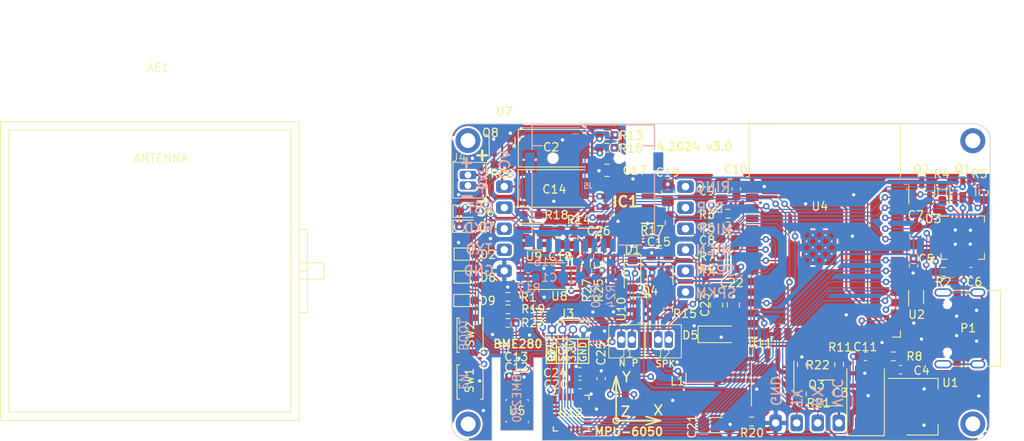
<source format=kicad_pcb>
(kicad_pcb (version 20221018) (generator pcbnew)
  (layers (0 "F.Cu" signal) (31 "B.Cu" signal) (34 "B.Paste" user) (35 "F.Paste" user) (36 "B.SilkS" user "B.Silkscreen") (37 "F.SilkS" user "F.Silkscreen") (38 "B.Mask" user) (39 "F.Mask" user) (44 "Edge.Cuts" user))
  (net 0 "")
  (net 1 "GSM_POWER_SOURSE")
  (net 2 "GND")
  (net 3 "+3.3V")
  (net 4 "+5V")
  (net 5 "Net-(C8-Pad1)")
  (net 6 "Net-(C11-Pad1)")
  (net 7 "Net-(D2-A)")
  (net 8 "Net-(D1-K)")
  (net 9 "SDA")
  (net 10 "SCL")
  (net 12 "Net-(P1-D+)")
  (net 13 "Net-(P1-D-)")
  (net 15 "unconnected-(P1-SHIELD-PadS1)")
  (net 16 "Net-(Q1-B)")
  (net 17 "DTS")
  (net 18 "EN")
  (net 19 "Net-(Q2-B)")
  (net 20 "DTR")
  (net 21 "IO0")
  (net 22 "POWER_OF_GPS")
  (net 23 "Net-(Q3-D)")
  (net 24 "Net-(U3-~{RST})")
  (net 25 "Net-(D5-A)")
  (net 26 "TXD")
  (net 27 "RXD")
  (net 28 "Net-(U3-D+)")
  (net 29 "Net-(U3-D-)")
  (net 38 "GPS_TX")
  (net 39 "GPS_RX")
  (net 46 "SEN_VP")
  (net 47 "SEN_VN")
  (net 48 "Net-(D8-A)")
  (net 56 "Net-(D9-A)")
  (net 57 "Net-(J1-Pin_1)")
  (net 58 "Net-(J1-Pin_2)")
  (net 59 "Net-(U9-VCC)")
  (net 61 "MICROSD_MISO")
  (net 62 "Net-(J2-Pin_1)")
  (net 63 "Net-(J2-Pin_2)")
  (net 64 "MICROSD_CLK")
  (net 68 "TXD_GSM")
  (net 69 "RXD_GSM")
  (net 70 "POWER_OF_GSM")
  (net 71 "MICROSD_MOSI")
  (net 72 "MICROSD_CS")
  (net 73 "Net-(IC1-BAT)")
  (net 74 "Net-(J4-Pin_1)")
  (net 75 "Net-(D6-K)")
  (net 76 "Net-(D7-K)")
  (net 77 "Net-(IC1-PROG)")
  (net 78 "Net-(IC1-STDBY)")
  (net 79 "Net-(IC1-CHRG)")
  (net 80 "BLUE_LED")
  (net 81 "Net-(U10-STAT)")
  (net 82 "OD")
  (net 83 "OC")
  (net 84 "GREEN_LED")
  (net 85 "RED_LED")
  (net 86 "Net-(U9-CS)")
  (net 89 "Net-(Q8-D)")
  (net 90 "Net-(Q4-G)")
  (net 91 "Net-(U11-OC)")
  (net 92 "Net-(U11-FB)")
  (net 97 "Net-(U12-CPOUT)")
  (net 104 "Net-(U12-REGOUT)")
  (net 105 "BATTERY_VOLTAGE")
  (net 116 "MPU5060_INT")
  (net 117 "RST_GSM")
  (footprint "Resistor_SMD:R_0603_1608Metric_Pad0.98x0.95mm_HandSolder" (layer "F.Cu") (at 55.0575 59.38 180)
    (fp_text reference "R19")
    (fp_text value "700" hide)
  )
  (footprint "Capacitor_SMD:C_0603_1608Metric_Pad1.08x0.95mm_HandSolder" (layer "F.Cu") (at 63.7275 68.44)
    (fp_text reference "C20")
    (fp_text value "100n" hide)
  )
  (footprint "Package_TO_SOT_SMD:TSOT-23-6" (layer "F.Cu") (at 71.5361 59.458)
    (fp_text reference "U10")
    (fp_text value "LTC4412xS6" hide)
  )
  (footprint "Resistor_SMD:R_0603_1608Metric_Pad0.98x0.95mm_HandSolder" (layer "F.Cu") (at 64.48 54.0325 90)
    (fp_text reference "R27")
    (fp_text value "????" hide)
  )
  (footprint "Package_TO_SOT_SMD:SOT-23" (layer "F.Cu") (at 109.8956 45.0365 90)
    (fp_text reference "Q1")
    (fp_text value "S8050" hide)
  )
  (footprint "Capacitor_SMD:C_0603_1608Metric_Pad1.08x0.95mm_HandSolder" (layer "F.Cu") (at 102.3885 66.6496)
    (fp_text reference "C4")
    (fp_text value "100n" hide)
  )
  (footprint "Resistor_SMD:R_0603_1608Metric_Pad0.98x0.95mm_HandSolder" (layer "F.Cu") (at 84.4277 72.898)
    (fp_text reference "R20")
    (fp_text value "30k" hide)
  )
  (footprint "Capacitor_SMD:C_0603_1608Metric_Pad1.08x0.95mm_HandSolder" (layer "F.Cu") (at 66.29 67.7225 -90)
    (fp_text reference "C25")
    (fp_text value "100n" hide)
  )
  (footprint "Sensor_Motion:InvenSense_QFN-24_4x4mm_P0.5mm" (layer "F.Cu") (at 62.68 71.89)
    (fp_text reference "U12")
    (fp_text value "MPU-6050")
  )
  (footprint "Button_Switch_SMD:SW_Push_SPST_NO_Alps_SKRK" (layer "F.Cu") (at 50.4952 68.14 90)
    (fp_text reference "SW1")
    (fp_text value "EN")
  )
  (footprint "Package_TO_SOT_SMD:SOT-666" (layer "F.Cu") (at 104.267 57.8866 90)
    (fp_text reference "U2")
    (fp_text value "USBLC6-2P6" hide)
  )
  (footprint "Resistor_SMD:R_0603_1608Metric_Pad0.98x0.95mm_HandSolder" (layer "F.Cu") (at 101.5219 65.0494)
    (fp_text reference "R8")
    (fp_text value "470" hide)
  )
  (footprint "LED_SMD:LED_0603_1608Metric_Pad1.05x0.95mm_HandSolder" (layer "F.Cu") (at 50.225 52.72)
    (fp_text reference "D2")
    (fp_text value "LED")
  )
  (footprint "Capacitor_SMD:C_1206_3216Metric_Pad1.33x1.80mm_HandSolder" (layer "F.Cu") (at 80.2001 73.3298)
    (fp_text reference "C21")
    (fp_text value "100u" hide)
  )
  (footprint "LED_SMD:LED_0603_1608Metric_Pad1.05x0.95mm_HandSolder" (layer "F.Cu") (at 50.095 49.36)
    (fp_text reference "D7")
    (fp_text value "LED Full blue")
  )
  (footprint "Capacitor_SMD:C_0805_2012Metric_Pad1.18x1.45mm_HandSolder" (layer "F.Cu") (at 74.325 45.3351 -90)
    (fp_text reference "C19")
    (fp_text value "16uF" hide)
  )
  (footprint "Button_Switch_SMD:SW_Push_SPST_NO_Alps_SKRK" (layer "F.Cu") (at 50.4952 62.4922 90)
    (fp_text reference "SW2")
    (fp_text value "BOOT")
  )
  (footprint "Package_LGA:Bosch_LGA-8_2.5x2.5mm_P0.65mm_ClockwisePinNumbering" (layer "F.Cu") (at 56.165 71.6225 180)
    (fp_text reference "U5")
    (fp_text value "BME280")
  )
  (footprint "Capacitor_SMD:C_0603_1608Metric_Pad1.08x0.95mm_HandSolder" (layer "F.Cu") (at 56.1131 67.4987)
    (fp_text reference "C13")
    (fp_text value "100n" hide)
  )
  (footprint "Resistor_SMD:R_0603_1608Metric_Pad0.98x0.95mm_HandSolder" (layer "F.Cu") (at 54.3875 41.95)
    (fp_text reference "R26")
    (fp_text value "9k" hide)
  )
  (footprint "Diode_SMD:D_SOD-123" (layer "F.Cu") (at 80.3425 62.39)
    (fp_text reference "D5")
    (fp_text value "BAT48ZFILM" hide)
  )
  (footprint "Connector_USB:USB_C_Receptacle_G-Switch_GT-USB-7010ASV" (layer "F.Cu") (at 110.6424 61.6712 90)
    (fp_text reference "P1")
    (fp_text value "USB_C_Plug_USB2.0" hide)
  )
  (footprint "LED_SMD:LED_0603_1608Metric_Pad1.05x0.95mm_HandSolder" (layer "F.Cu") (at 50.185 58.31)
    (fp_text reference "D9")
    (fp_text value "LED")
  )
  (footprint "Resistor_SMD:R_0603_1608Metric_Pad0.98x0.95mm_HandSolder" (layer "F.Cu") (at 81.5867 49.3776 180)
    (fp_text reference "R6")
    (fp_text value "470" hide)
  )
  (footprint "Diode_SMD:D_SOD-123" (layer "F.Cu") (at 70.0828 55.1542 -90)
    (fp_text reference "D1")
    (fp_text value "BAT48ZFILM" hide)
  )
  (footprint "Capacitor_SMD:C_0603_1608Metric_Pad1.08x0.95mm_HandSolder" (layer "F.Cu") (at 110.8725 54.84)
    (fp_text reference "C6")
    (fp_text value "100n" hide)
  )
  (footprint "Package_DFN_QFN:QFN-28-1EP_5x5mm_P0.5mm_EP3.35x3.35mm" (layer "F.Cu") (at 109.8942 50.7332)
    (fp_text reference "U3")
    (fp_text value "CP2102N-Axx-xQFN28" hide)
  )
  (footprint "Resistor_SMD:R_0603_1608Metric_Pad0.98x0.95mm_HandSolder" (layer "F.Cu") (at 81.6121 54.5084 180)
    (fp_text reference "R9")
    (fp_text value "4.7k" hide)
  )
  (footprint "Connector_PinHeader_1.27mm:PinHeader_1x04_P1.27mm_Vertical" (layer "F.Cu") (at 60.36 61.81 90)
    (fp_text reference "J3")
    (fp_text value "I2C")
  )
  (footprint "Resistor_SMD:R_0603_1608Metric_Pad0.98x0.95mm_HandSolder" (layer "F.Cu") (at 55.0625 61.02 180)
    (fp_text reference "R23")
    (fp_text value "700" hide)
  )
  (footprint "Capacitor_SMD:C_0805_2012Metric_Pad1.18x1.45mm_HandSolder" (layer "F.Cu") (at 82.23 58.85 90)
    (fp_text reference "C22")
    (fp_text value "22u" hide)
  )
  (footprint "Inductor_SMD:L_Ferrocore_DLG-0703" (layer "F.Cu") (at 80.137 67.8542 90)
    (fp_text reference "L1")
    (fp_text value "3.3uH" hide)
  )
  (footprint "Capacitor_SMD:C_0805_2012Metric_Pad1.18x1.45mm_HandSolder" (layer "F.Cu") (at 80.21 58.85 90)
    (fp_text reference "C23")
    (fp_text value "22u" hide)
  )
  (footprint "Footprint_library:GPS_ANTENNA" (layer "F.Cu") (at 12.8778 30.7594)
    (fp_text reference "AE1")
    (fp_text value "Antenna")
  )
  (footprint "Package_TO_SOT_SMD:SOT-23" (layer "F.Cu") (at 73.4 55.7625 -90)
    (fp_text reference "Q4")
    (fp_text value "LTC4412" hide)
  )
  (footprint "Resistor_SMD:R_0603_1608Metric_Pad0.98x0.95mm_HandSolder" (layer "F.Cu") (at 94.98 66.0225 -90)
    (fp_text reference "R11")
    (fp_text value "9k" hide)
  )
  (footprint "Resistor_SMD:R_0603_1608Metric_Pad0.98x0.95mm_HandSolder" (layer "F.Cu") (at 66.9975 39.9)
    (fp_text reference "R16")
    (fp_text value "1k" hide)
  )
  (footprint "Capacitor_Tantalum_SMD:CP_EIA-7343-31_Kemet-D" (layer "F.Cu") (at 98.171 70.2056 90)
    (fp_text reference "C3")
    (fp_text value "470u" hide)
  )
  (footprint "Capacitor_SMD:C_0603_1608Metric_Pad1.08x0.95mm_HandSolder" (layer "F.Cu") (at 56.1131 69.0987)
    (fp_text reference "C12")
    (fp_text value "100n" hide)
  )
  (footprint "Package_TO_SOT_SMD:SOT-23" (layer "F.Cu") (at 54.356 39.2915 90)
    (fp_text reference "Q8")
    (fp_text value "FDN358P" hide)
  )
  (footprint "Capacitor_Tantalum_SMD:CP_EIA-7343-31_Kemet-D" (layer "F.Cu") (at 60.6806 44.8056)
    (fp_text reference "C14")
    (fp_text value "470u" hide)
  )
  (footprint "Resistor_SMD:R_0603_1608Metric_Pad0.98x0.95mm_HandSolder" (layer "F.Cu") (at 66.9975 38.376)
    (fp_text reference "R13")
    (fp_text value "1k" hide)
  )
  (footprint "Capacitor_SMD:C_0603_1608Metric_Pad1.08x0.95mm_HandSolder" (layer "F.Cu") (at 81.6113 50.9016 180)
    (fp_text reference "C8")
    (fp_text value "100n" hide)
  )
  (footprint "Capacitor_SMD:C_0805_2012Metric_Pad1.18x1.45mm_HandSolder" (layer "F.Cu") (at 73.3625 52.75 180)
    (fp_text reference "C15")
    (fp_text value "22u" hide)
  )
  (footprint "Footprint_library:JST 1.25" (layer "F.Cu") (at 75.71 63.03 90)
    (fp_text reference "J2")
    (fp_text value "SPK" hide)
  )
  (footprint "Resistor_SMD:R_0603_1608Metric_Pad0.98x0.95mm_HandSolder" (layer "F.Cu") (at 112.395 45.2901 90)
    (fp_text reference "R5")
    (fp_text value "10k" hide)
  )
  (footprint "Resistor_SMD:R_0603_1608Metric_Pad0.98x0.95mm_HandSolder" (layer "F.Cu") (at 107.5525 54.86)
    (fp_text reference "R2")
    (fp_text value "2k" hide)
  )
  (footprint "Footprint_library:SOIC127P600X175-9N" (layer "F.Cu") (at 69.2208 46.4058 180)
    (fp_text reference "IC1")
    (fp_text value "TC4056A" hide)
  )
  (footprint "Package_TO_SOT_SMD:SOT-23-6_Handsoldering" (layer "F.Cu") (at 58.213 50.5968)
    (fp_text reference "U9")
    (fp_text value "DW01A" hide)
  )
  (footprint "Capacitor_SMD:C_0603_1608Metric_Pad1.08x0.95mm_HandSolder" (layer "F.Cu") (at 82.6008 44.8553 90)
    (fp_text reference "C10")
    (fp_text value "100n" hide)
  )
  (footprint "Resistor_SMD:R_0603_1608Metric_Pad0.98x0.95mm_HandSolder" (layer "F.Cu") (at 107.4166 45.2863 -90)
    (fp_text reference "R4")
    (fp_text value "10k" hide)
  )
  (footprint "Capacitor_SMD:C_0805_2012Metric_Pad1.18x1.45mm_HandSolder" (layer "F.Cu") (at 67.0091 42.6212 180)
    (fp_text reference "C17")
    (fp_text value "16uF" hide)
  )
  (footprint "Resistor_SMD:R_0603_1608Metric_Pad0.98x0.95mm_HandSolder" (layer "F.Cu") (at 62.9666 50.6984 -90)
    (fp_text reference "R14")
    (fp_text value "100" hide)
  )
  (footprint "Package_TO_SOT_SMD:SOT-223-3_TabPin2" (layer "F.Cu") (at 105.0036 71.12)
    (fp_text reference "U1")
    (fp_text value "AMS1117-3.3" hide)
  )
  (footprint "Package_TO_SOT_SMD:SOT-23" (layer "F.Cu") (at 93.7791 69.4538 180)
    (fp_text reference "Q3")
    (fp_text value "FDN358P" hide)
  )
  (footprint "Resistor_SMD:R_0603_1608Metric_Pad0.98x0.95mm_HandSolder" (layer "F.Cu") (at 74.3754 59.4459 -90)
    (fp_text reference "R15")
    (fp_text value "470k" hide)
  )
  (footprint "Capacitor_SMD:C_0805_2012Metric_Pad1.18x1.45mm_HandSolder" (layer "F.Cu") (at 80.8228 45.0811 90)
    (fp_text reference "C9")
    (fp_text value "22u" hide)
  )
  (footprint "Resistor_SMD:R_0603_1608Metric_Pad0.98x0.95mm_HandSolder" (layer "F.Cu") (at 74.55 48.9439 90)
    (fp_text reference "R17")
    (fp_text value "1200" hide)
  )
  (footprint "Capacitor_SMD:C_0805_2012Metric_Pad1.18x1.45mm_HandSolder" (layer "F.Cu") (at 65.9725 51.25)
    (fp_text reference "C26")
    (fp_text value "22u" hide)
  )
  (footprint "Resistor_SMD:R_0603_1608Metric_Pad0.98x0.95mm_HandSolder" (layer "F.Cu") (at 81.6121 52.9336 180)
    (fp_text reference "R7")
    (fp_text value "4.7k" hide)
  )
  (footprint "Capacitor_SMD:C_0603_1608Metric_Pad1.08x0.95mm_HandSolder" (layer "F.Cu") (at 98.1721 65.0494)
    (fp_text reference "C11")
    (fp_text value "100n" hide)
  )
  (footprint "Resistor_SMD:R_0603_1608Metric_Pad0.98x0.95mm_HandSolder" (layer "F.Cu") (at 90.5002 69.5979 -90)
    (fp_text reference "R21")
    (fp_text value "73.2k" hide)
  )
  (footprint "Footprint_library:SIM800L-CORE" (layer "F.Cu") (at 54.62 42.04)
    (fp_text reference "U7")
    (fp_text value "~")
  )
  (footprint "Capacitor_SMD:C_0603_1608Metric_Pad1.08x0.95mm_HandSolder" (layer "F.Cu") (at 63.7375 66.92)
    (fp_text reference "C24")
    (fp_text value "100n" hide)
  )
  (footprint "Capacitor_Tantalum_SMD:CP_EIA-7343-31_Kemet-D" (layer "F.Cu") (at 60.7197 39.9542)
    (fp_text reference "C2")
    (fp_text value "470u" hide)
  )
  (footprint "Resistor_SMD:R_0603_1608Metric_Pad0.98x0.95mm_HandSolder" (layer "F.Cu") (at 57.8675 48.01 180)
    (fp_text reference "R18")
    (fp_text value "1k" hide)
  )
  (footprint "Package_SO:TSSOP-8_4.4x3mm_P0.65mm" (layer "F.Cu") (at 59.69 55.372 180)
    (fp_text reference "U8")
    (fp_text value "FS8205A" hide)
  )
  (footprint "Resistor_SMD:R_0603_1608Metric_Pad0.98x0.95mm_HandSolder" (layer "F.Cu") (at 81.5867 47.8536 180)
    (fp_text reference "R3")
    (fp_text value "10k" hide)
  )
  (footprint "Resistor_SMD:R_0603_1608Metric_Pad0.98x0.95mm_HandSolder" (layer "F.Cu") (at 55.0375 57.87 180)
    (fp_text reference "R1")
    (fp_text value "700" hide)
  )
  (footprint "Resistor_SMD:R_0603_1608Metric_Pad0.98x0.95mm_HandSolder" (layer "F.Cu") (at 90.49 66.0375 -90)
    (fp_text reference "R22")
    (fp_text value "10k" hide)
  )
  (footprint "Package_TO_SOT_SMD:SOT-23" (layer "F.Cu") (at 104.9426 45.0111 90)
    (fp_text reference "Q2")
    (fp_text value "S8050" hide)
  )
  (footprint "Capacitor_SMD:C_0805_2012Metric_Pad1.18x1.45mm_HandSolder" (layer "F.Cu") (at 104.2416 50.5167 90)
    (fp_text reference "C7")
    (fp_text value "47u" hide)
  )
  (footprint "LED_SMD:LED_0603_1608Metric_Pad1.05x0.95mm_HandSolder" (layer "F.Cu") (at 50.105 47.55)
    (fp_text reference "D6")
    (fp_text value "LED Charging red")
  )
  (footprint "Footprint_library:JST 1.25" (layer "F.Cu") (at 50.24 41.91 180)
    (fp_text reference "J4")
    (fp_text value "BATTERY")
  )
  (footprint "Footprint_library:JST 1.25" (layer "F.Cu") (at 71.27 63.03 90)
    (fp_text reference "J1")
    (fp_text value "Mic" hide)
  )
  (footprint "Capacitor_SMD:C_0603_1608Metric_Pad1.08x0.95mm_HandSolder" (layer "F.Cu") (at 103.9622 54.1263 -90)
    (fp_text reference "C5")
    (fp_text value "100n" hide)
  )
  (footprint "Package_SO:SOP-8_3.9x4.9mm_P1.27mm" (layer "F.Cu") (at 86.9696 67.564 90)
    (fp_text reference "U11")
    (fp_text value "FP6298" hide)
  )
  (footprint "LED_SMD:LED_0603_1608Metric_Pad1.05x0.95mm_HandSolder" (layer "F.Cu") (at 50.215 55.49)
    (fp_text reference "D8")
    (fp_text value "LED")
  )
  (footprint "Capacitor_SMD:C_0603_1608Metric_Pad1.08x0.95mm_HandSolder" (layer "F.Cu") (at 61.4426 50.6984 90)
    (fp_text reference "C18")
    (fp_text value "100nF" hide)
  )
  (footprint "Resistor_SMD:R_0603_1608Metric_Pad0.98x0.95mm_HandSolder" (layer "F.Cu") (at 66 54.0125 -90)
    (fp_text reference "R25")
    (fp_text value "????" hide)
  )
  (footprint "RF_Module:ESP32-WROOM-32" (layer "F.Cu") (at 93.2564 52.8524)
    (fp_text reference "U4")
    (fp_text value "ESP32-WROOM-32" hide)
  )
  (footprint "Footprint_library:GY_GPS6MV2_module" (layer "F.Cu") (at 114.6452 47.2758 -90)
    (fp_text reference "U6" hide)
    (fp_text value "~")
  )
  (footprint "Resistor_SMD:R_0603_1608Metric_Pad0.98x0.95mm_HandSolder" (layer "B.Cu") (at 65.667468 54.664355 -90)
    (fp_text reference "R10")
    (fp_text value "10k" hide)
  )
  (footprint "Capacitor_SMD:C_0603_1608Metric_Pad1.08x0.95mm_HandSolder" (layer "B.Cu") (at 62.567568 53.671855 180)
    (fp_text reference "C16")
    (fp_text value "100nF" hide)
  )
  (footprint "Capacitor_SMD:C_0805_2012Metric_Pad1.18x1.45mm_HandSolder" (layer "B.Cu") (at 62.742568 55.526055 180)
    (fp_text reference "C1")
    (fp_text value "22u" hide)
  )
  (footprint "Resistor_SMD:R_0603_1608Metric_Pad0.98x0.95mm_HandSolder" (layer "B.Cu") (at 57.4875 55.5)
    (fp_text reference "R12")
    (fp_text value "10k" hide)
  )
  (footprint "Resistor_SMD:R_0603_1608Metric_Pad0.98x0.95mm_HandSolder" (layer "B.Cu") (at 67.445468 54.668155 -90)
    (fp_text reference "R24")
    (fp_text value "10k" hide)
  )
  (footprint "Footprint_library:J_SD_Card-micro_socket_A (1)" (layer "B.Cu") (at 64.471836 44.6278 180)
    (fp_text reference "J5")
    (fp_text value "Micro_SD_Card" hide)
  )
  (gr_circle (center 68.105 72.795) (end 68.458553 72.795) (stroke (width 0.2)) (fill none) (layer "F.SilkS"))
  (gr_line (start 68.105 67.445) (end 67.605 69.195) (stroke (width 0.2)) (layer "F.SilkS"))
  (gr_line (start 60.9 62.965) (end 60.9 65.775) (stroke (width 0.15)) (layer "F.SilkS"))
  (gr_line (start 59.68 65.885) (end 59.68 62.885) (stroke (width 0.15)) (layer "F.SilkS"))
  (gr_line (start 68.105 72.795) (end 73.455 72.795) (stroke (width 0.2)) (layer "F.SilkS"))
  (gr_line (start 68.105 72.795) (end 68.105 67.445) (stroke (width 0.2)) (layer "F.SilkS"))
  (gr_line (start 63.48 63.01) (end 63.48 65.82) (stroke (width 0.15)) (layer "F.SilkS"))
  (gr_line (start 64.8 65.885) (end 64.8 62.955) (stroke (width 0.15)) (layer "F.SilkS"))
  (gr_line (start 73.455 72.795) (end 71.705 73.295) (stroke (width 0.2)) (layer "F.SilkS"))
  (gr_line (start 73.455 72.795) (end 71.705 72.295) (stroke (width 0.2)) (layer "F.SilkS"))
  (gr_line (start 68.105 67.445) (end 68.605 69.195) (stroke (width 0.2)) (layer "F.SilkS"))
  (gr_line (start 64.8 62.955) (end 59.67 62.955) (stroke (width 0.15)) (layer "F.SilkS"))
  (gr_line (start 62.18 62.99) (end 62.18 65.8) (stroke (width 0.15)) (layer "F.SilkS"))
  (gr_line (start 64.8 65.885) (end 59.68 65.885) (stroke (width 0.15)) (layer "F.SilkS"))
  (gr_line (start 113.2 39) (end 113.11 73.18) (stroke (width 0.1)) (layer "Edge.Cuts"))
  (gr_line (start 53.15 65.19) (end 53.15 75.19) (stroke (width 0.1)) (layer "Edge.Cuts"))
  (gr_arc (start 48.24 39.01) (mid 48.825786 37.595786) (end 50.24 37.01) (stroke (width 0.1)) (layer "Edge.Cuts"))
  (gr_line (start 48.289975 73.2) (end 48.24 39.01) (stroke (width 0.1)) (layer "Edge.Cuts"))
  (gr_line (start 74.875 75.175) (end 75.875 75.175) (stroke (width 0.1)) (layer "Edge.Cuts"))
  (gr_line (start 54.15 65.19) (end 54.15 73.99) (stroke (width 0.1)) (layer "Edge.Cuts"))
  (gr_line (start 54.15 65.19) (end 53.15 65.19) (stroke (width 0.1)) (layer "Edge.Cuts"))
  (gr_arc (start 113.11 73.18) (mid 112.521285 74.601285) (end 111.1 75.19) (stroke (width 0.1)) (layer "Edge.Cuts"))
  (gr_line (start 75.875 75.175) (end 111.1 75.19) (stroke (width 0.1)) (layer "Edge.Cuts"))
  (gr_line (start 59.15 65.2) (end 59.16 75.19) (stroke (width 0.1)) (layer "Edge.Cuts"))
  (gr_line (start 58.15 65.2) (end 59.15 65.2) (stroke (width 0.1)) (layer "Edge.Cuts"))
  (gr_line (start 50.24 37.01) (end 111.2 37) (stroke (width 0.1)) (layer "Edge.Cuts"))
  (gr_arc (start 111.2 37) (mid 112.614214 37.585786) (end 113.2 39) (stroke (width 0.1)) (layer "Edge.Cuts"))
  (gr_line (start 58.15 73.99) (end 58.15 65.2) (stroke (width 0.1)) (layer "Edge.Cuts"))
  (gr_line (start 54.15 73.99) (end 58.15 73.99) (stroke (width 0.1)) (layer "Edge.Cuts"))
  (gr_line (start 59.16 75.19) (end 74.875 75.175) (stroke (width 0.1)) (layer "Edge.Cuts"))
  (gr_line (start 53.15 75.19) (end 50.29 75.19) (stroke (width 0.1)) (layer "Edge.Cuts"))
  (gr_arc (start 50.29 75.19) (mid 48.87638 74.610691) (end 48.289975 73.2) (stroke (width 0.1)) (layer "Edge.Cuts"))
  (gr_text "BAT" (at 51.43 45.08 270) (layer "B.SilkS") (effects (font (size 1 1)) (justify left bottom mirror)))
  (gr_text "+" (at 51.19 42.49) (layer "B.SilkS") (effects (font (size 1.5 1.5) (thickness 0.3) bold) (justify left bottom mirror)))
  (gr_text "-" (at 51.26 46.52) (layer "B.SilkS") (effects (font (size 1.5 1.5) (thickness 0.3) bold) (justify left bottom mirror)))
  (gr_text "BME280" (at 56.25 63.55) (layer "F.SilkS") (effects (font (size 1 1) (thickness 0.2) bold)))
  (gr_text "N" (at 68.31 66.31) (layer "F.SilkS") (effects (font (size 0.8 0.8)) (justify left bottom)))
  (gr_text "4.2024 v3.0" (at 77.55 39.75) (layer "F.SilkS") (effects (font (size 1 1) (thickness 0.2) bold)))
  (gr_text "GND" (at 64.58 65.825 90) (layer "F.SilkS") (effects (font (size 0.8 0.8)) (justify left bottom)))
  (gr_text "Z" (at 68.53 72.42) (layer "F.SilkS") (effects (font (size 1.2 1.2) (thickness 0.2) bold) (justify left bottom)))
  (gr_text "SCL" (at 62.06 65.775 90) (layer "F.SilkS") (effects (font (size 0.8 0.8)) (justify left bottom)))
  (gr_text "+" (at 50.83 41.59) (layer "F.SilkS") (effects (font (size 1.5 1.5) (thickness 0.3) bold) (justify left bottom)))
  (gr_text "P" (at 69.88 66.32) (layer "F.SilkS") (effects (font (size 0.8 0.8)) (justify left bottom)))
  (gr_text "X" (at 72.48 72.245) (layer "F.SilkS") (effects (font (size 1.2 1.2) (thickness 0.2) bold) (justify left bottom)))
  (gr_text "-" (at 50.89 47.14) (layer "F.SilkS") (effects (font (size 1.5 1.5) (thickness 0.3) bold) (justify left bottom)))
  (gr_text "SPK" (at 72.75 66.41) (layer "F.SilkS") (effects (font (size 0.8 0.8)) (justify left bottom)))
  (gr_text "SDA" (at 60.82 65.795 90) (layer "F.SilkS") (effects (font (size 0.8 0.8)) (justify left bottom)))
  (gr_text "3.3V\n" (at 63.31 65.765 90) (layer "F.SilkS") (effects (font (size 0.8 0.8)) (justify left bottom)))
  (gr_text "Y" (at 68.705 68.245) (layer "F.SilkS") (effects (font (size 1.2 1.2) (thickness 0.2) bold) (justify left bottom)))
  (via (at 50.27 73.2) (size 3) (drill 1.8) (layers "F.Cu" "B.Cu") (net 0))
  (via (at 111.1 39.05) (size 3) (drill 1.8) (layers "F.Cu" "B.Cu") (net 0))
  (via (at 111.1 39.05) (size 3) (drill 1.8) (layers "F.Cu" "B.Cu") (net 0))
  (via (at 111.1 73.18) (size 3) (drill 1.8) (layers "F.Cu" "B.Cu") (net 0))
  (via (at 50.24 39.03) (size 3) (drill 1.8) (layers "F.Cu" "B.Cu") (net 0))
  (segment (start 100.5336 74.74) (end 101.8536 73.42) (width 0.25) (layer "F.Cu") (net 1))
  (segment (start 55.3 43.108) (end 55.372 43.18) (width 0.25) (layer "F.Cu") (net 1))
  (segment (start 50.62 57.01) (end 51.34 57.01) (width 0.15) (layer "F.Cu") (net 1))
  (segment (start 82.4 60.955) (end 82.7675 61.3225) (width 0.25) (layer "F.Cu") (net 1))
  (segment (start 79.505 62.39) (end 78.6925 62.39) (width 0.25) (layer "F.Cu") (net 1))
  (segment (start 65.19 63.489948) (end 66.750051 65.05) (width 0.15) (layer "F.Cu") (net 1))
  (segment (start 52.465 46.808085) (end 52.465 49.897) (width 0.15) (layer "F.Cu") (net 1))
  (segment (start 80.94 60.955) (end 79.505 62.39) (width 0.25) (layer "F.Cu") (net 1))
  (segment (start 76.43 62.39) (end 78.6925 62.39) (width 0.15) (layer "F.Cu") (net 1))
  (segment (start 75.96 64.259974) (end 75.96 63.72) (width 0.15) (layer "F.Cu") (net 1))
  (segment (start 94.61 74.74) (end 100.5336 74.74) (width 0.25) (layer "F.Cu") (net 1))
  (segment (start 82.23 60.785) (end 82.4 60.955) (width 0.25) (layer "F.Cu") (net 1))
  (segment (start 66.750051 65.05) (end 75.169974 65.05) (width 0.15) (layer "F.Cu") (net 1))
  (segment (start 55.306 41.944) (end 55.3 41.95) (width 0.25) (layer "F.Cu") (net 1))
  (segment (start 90.5002 70.7902) (end 91.34 71.63) (width 0.25) (layer "F.Cu") (net 1))
  (segment (start 52.465 49.897) (end 50.15 52.212) (width 0.15) (layer "F.Cu") (net 1))
  (segment (start 93.1002 71.63) (end 93.4802 72.01) (width 0.25) (layer "F.Cu") (net 1))
  (segment (start 53.615026 60.22) (end 58.72 60.22) (width 0.15) (layer "F.Cu") (net 1))
  (segment (start 52.390879 46.733964) (end 52.465 46.808085) (width 0.15) (layer "F.Cu") (net 1))
  (segment (start 82.23 59.8875) (end 82.23 60.785) (width 0.25) (layer "F.Cu") (net 1))
  (segment (start 82.7675 62.6175) (end 83.598 63.448) (width 0.25) (layer "F.Cu") (net 1))
  (segment (start 58.72 60.22) (end 63.676016 60.22) (width 0.15) (layer "F.Cu") (net 1))
  (segment (start 50.15 56.54) (end 50.62 57.01) (width 0.15) (layer "F.Cu") (net 1))
  (segment (start 52.59 58.26) (end 52.59 59.194974) (width 0.15) (layer "F.Cu") (net 1))
  (segment (start 75.96 64.1) (end 75.96 63.72) (width 0.15) (layer "F.Cu") (net 1))
  (segment (start 55.3 41.95) (end 55.3 43.108) (width 0.25) (layer "F.Cu") (net 1))
  (segment (start 91.3002 69.7104) (end 91.3002 64.652205) (width 0.25) (layer "F.Cu") (net 1))
  (segment (start 91.34 71.63) (end 93.1002 71.63) (width 0.25) (layer "F.Cu") (net 1))
  (segment (start 75.96 63.72) (end 75.96 62.86) (width 0.15) (layer "F.Cu") (net 1))
  (segment (start 83.598 63.448) (end 84.992 63.448) (width 0.25) (layer "F.Cu") (net 1))
  (segment (start 63.676016 60.22) (end 65.19 61.733984) (width 0.15) (layer "F.Cu") (net 1))
  (segment (start 90.5002 70.5104) (end 91.3002 69.7104) (width 0.25) (layer "F.Cu") (net 1))
  (segment (start 75.96 64.24241) (end 75.96 64.1) (width 0.15) (layer "F.Cu") (net 1))
  (segment (start 90.436995 63.789) (end 85.333 63.789) (width 0.25) (layer "F.Cu") (net 1))
  (segment (start 57.987284 60.22) (end 58.72 60.22) (width 0.15) (layer "F.Cu") (net 1))
  (segment (start 52.59 59.194974) (end 53.615026 60.22) (width 0.15) (layer "F.Cu") (net 1))
  (segment (start 90.5002 70.5104) (end 90.5002 70.7902) (width 0.25) (layer "F.Cu") (net 1))
  (segment (start 80.21 59.8875) (end 82.23 59.8875) (width 0.25) (layer "F.Cu") (net 1))
  (segment (start 82.4 60.955) (end 80.94 60.955) (width 0.25) (layer "F.Cu") (net 1))
  (segment (start 82.7675 61.3225) (end 82.7675 62.6175) (width 0.25) (layer "F.Cu") (net 1))
  (segment (start 75.169974 65.05) (end 75.96 64.259974) (width 0.15) (layer "F.Cu") (net 1))
  (segment (start 55.306 40.229) (end 55.306 41.944) (width 0.25) (layer "F.Cu") (net 1))
  (segment (start 93.4802 72.01) (end 93.4802 73.6102) (width 0.25) (layer "F.Cu") (net 1))
  (segment (start 93.4802 73.6102) (end 94.61 74.74) (width 0.25) (layer "F.Cu") (net 1))
  (segment (start 85.333 63.789) (end 84.992 63.448) (width 0.25) (layer "F.Cu") (net 1))
  (segment (start 51.34 57.01) (end 52.59 58.26) (width 0.15) (layer "F.Cu") (net 1))
  (segment (start 91.3002 64.652205) (end 90.436995 63.789) (width 0.25) (layer "F.Cu") (net 1))
  (segment (start 75.96 62.86) (end 76.43 62.39) (width 0.15) (layer "F.Cu") (net 1))
  (segment (start 65.19 61.733984) (end 65.19 63.489948) (width 0.15) (layer "F.Cu") (net 1))
  (segment (start 50.15 52.212) (end 50.15 56.54) (width 0.15) (layer "F.Cu") (net 1))
  (via (at 52.390879 46.733964) (size 0.8) (drill 0.4) (layers "F.Cu" "B.Cu") (net 1))
  (via (at 55.372 43.18) (size 0.8) (drill 0.4) (layers "F.Cu" "B.Cu") (net 1))
  (segment (start 52.83138 46.293463) (end 52.83138 44.44938) (width 0.15) (layer "B.Cu") (net 1))
  (segment (start 54.100761 43.18) (end 52.83138 44.44938) (width 0.15) (layer "B.Cu") (net 1))
  (segment (start 55.372 43.18) (end 54.100761 43.18) (width 0.15) (layer "B.Cu") (net 1))
  (segment (start 52.390879 46.733964) (end 52.83138 46.293463) (width 0.15) (layer "B.Cu") (net 1))
  (segment (start 75.2 65.5) (end 75.45 65.75) (width 0.25) (layer "F.Cu") (net 2))
  (segment (start 101.85 68.8164) (end 101.85 67.5746) (width 0.5) (layer "F.Cu") (net 2))
  (segment (start 59.436 73.666) (end 59.436 66) (width 0.15) (layer "F.Cu") (net 2))
  (segment (start 86.578 73.823) (end 82.2558 73.823) (width 0.5) (layer "F.Cu") (net 2))
  (segment (start 82.6008 43.9928) (end 80.8736 43.9928) (width 0.25) (layer "F.Cu") (net 2))
  (segment (start 62.875 66.685) (end 62.875 66.92) (width 0.25) (layer "F.Cu") (net 2))
  (segment (start 60.66 74.89) (end 59.436 73.666) (width 0.15) (layer "F.Cu") (net 2))
  (segment (start 111.85 52.689) (end 111.85 54.6216) (width 0.25) (layer "F.Cu") (net 2))
  (segment (start 81.85 73.25) (end 81.9298 73.3298) (width 0.5) (layer "F.Cu") (net 2))
  (segment (start 60.65 70.56) (end 60.65 69.85) (width 0.15) (layer "F.Cu") (net 2))
  (segment (start 111.85 54.6216) (end 111.7854 54.6862) (width 0.25) (layer "F.Cu") (net 2))
  (segment (start 64.17 63.035635) (end 66.634365 65.5) (width 0.25) (layer "F.Cu") (net 2))
  (segment (start 104.267 60.743) (end 103.98 61.03) (width 0.25) (layer "F.Cu") (net 2))
  (segment (start 63.7931 44.8056) (end 63.7931 42.92) (width 0.25) (layer "F.Cu") (net 2))
  (segment (start 63.43 74.33) (end 63.64 74.54) (width 0.15) (layer "F.Cu") (net 2))
  (segment (start 88.8746 64.939) (end 90.304 64.939) (width 0.25) (layer "F.Cu") (net 2))
  (segment (start 82.2325 57.8125) (end 80.21 57.8125) (width 0.15) (layer "F.Cu") (net 2))
  (segment (start 61 67.3) (end 59.7 66) (width 0.15) (layer "F.Cu") (net 2))
  (segment (start 106.1424 57.6962) (end 106.1424 56.990993) (width 0.25) (layer "F.Cu") (net 2))
  (segment (start 49.3522 60.2844) (end 49.46 60.3922) (width 0.15) (layer "F.Cu") (net 2))
  (segment (start 58.78 48.01) (end 60.5887 48.01) (width 0.15) (layer "F.Cu") (net 2))
  (segment (start 85.0646 71.3486) (end 83.5152 72.898) (width 0.5) (layer "F.Cu") (net 2))
  (segment (start 103.35 48.5876) (end 104.2416 49.4792) (width 0.25) (layer "F.Cu") (net 2))
  (segment (start 74.325 46.3726) (end 73.7232 45.7708) (width 0.25) (layer "F.Cu") (net 2))
  (segment (start 104.267 58.8116) (end 104.267 60.743) (width 0.25) (layer "F.Cu") (net 2))
  (segment (start 75.569761 48.635) (end 74.55 49.654761) (width 0.15) (layer "F.Cu") (net 2))
  (segment (start 106.1424 66.332926) (end 106.1424 65.6462) (width 0.25) (layer "F.Cu") (net 2))
  (segment (start 49.31 58.31) (end 49.3522 58.3522) (width 0.15) (layer "F.Cu") (net 2))
  (segment (start 81.7626 73.3298) (end 81.7702 73.3298) (width 0.5) (layer "F.Cu") (net 2))
  (segment (start 106.8232 50.2332) (end 107.4442 50.2332) (width 0.25) (layer "F.Cu") (net 2))
  (segment (start 56.9756 67.5156) (end 57 67.54) (width 0.15) (layer "F.Cu") (net 2))
  (segment (start 106.1424 56.990993) (end 106.833393 56.3) (width 0.25) (layer "F.Cu") (net 2))
  (segment (start 57 67.54) (end 56.9756 67.5644) (width 0.15) (layer "F.Cu") (net 2))
  (segment (start 63.7931 42.92) (end 63.7931 39.9933) (width 0.25) (layer "F.Cu") (net 2))
  (segment (start 109.3942 50.2332) (end 109.8942 50.7332) (width 0.25) (layer "F.Cu") (net 2))
  (segment (start 74.55 49.654761) (end 74.55 49.8564) (width 0.15) (layer "F.Cu") (net 2))
  (segment (start 59.7 66) (end 59.436 66) (width 0.15) (layer "F.Cu") (net 2))
  (segment (start 87.3252 73.0758) (end 86.578 73.823) (width 0.5) (layer "F.Cu") (net 2))
  (segment (start 56.9756 69.0987) (end 56.49 69.5843) (width 0.15) (layer "F.Cu") (net 2))
  (segment (start 110.681 51.52) (end 109.8942 50.7332) (width 0.25) (layer "F.Cu") (net 2))
  (segment (start 64.17 61.81) (end 64.17 63.035635) (width 0.25) (layer "F.Cu") (net 2))
  (segment (start 83.2104 44.6024) (end 82.6008 43.9928) (width 0.25) (layer "F.Cu") (net 2))
  (segment (start 83.0834 73.3298) (end 83.5152 72.898) (width 0.5) (layer "F.Cu") (net 2))
  (segment (start 63.7931 39.9933) (end 63.8322 39.9542) (width 0.25) (layer "F.Cu") (net 2))
  (segment (start 62.43 73.84) (end 62.43 74.259975) (width 0.15) (layer "F.Cu") (net 2))
  (segment (start 80.8736 43.9928) (end 80.8228 44.0436) (width 0.25) (layer "F.Cu") (net 2))
  (segment (start 62.43 74.259975) (end 61.799975 74.89) (width 0.15) (layer "F.Cu") (net 2))
  (segment (start 103.35 45.366) (end 103.35 48.5876) (width 0.25) (layer "F.Cu") (net 2))
  (segment (start 106.1424 65.6462) (end 106.9174 64.8712) (width 0.25) (layer "F.Cu") (net 2))
  (segment (start 71.882 49.022) (end 71.882 48.3616) (width 0.25) (layer "F.Cu") (net 2))
  (segment (start 60.65 69.85) (end 61 69.5) (width 0.15) (layer "F.Cu") (net 2))
  (segment (start 62.865 66.695) (end 62.865 68.44) (width 0.25) (layer "F.Cu") (net 2))
  (segment (start 110.79 51.629) (end 111.85 52.689) (width 0.25) (layer "F.Cu") (net 2))
  (segment (start 105.0294 64.8712) (end 103.251 66.6496) (width 0.25) (layer "F.Cu") (net 2))
  (segment (start 98.09 67.08) (end 98.09 67.1741) (width 0.5) (layer "F.Cu") (net 2))
  (segment (start 74.325 46.3726) (end 74.6526 46.045) (width 0.25) (layer "F.Cu") (net 2))
  (segment (start 102.5864 44.6024) (end 103.35 45.366) (width 0.25) (layer "F.Cu") (net 2))
  (segment (start 60.5887 48.01) (end 63.7931 44.8056) (width 0.15) (layer "F.Cu") (net 2))
  (segment (start 106.833393 56.3) (end 108.73 56.3) (width 0.25) (layer "F.Cu") (net 2))
  (segment (start 99.0346 66.2295) (end 98.1841 67.08) (width 0.5) (layer "F.Cu") (net 2))
  (segment (start 61 69.5) (end 61 67.3) (width 0.15) (layer "F.Cu") (net 2))
  (segment (start 107.4442 50.2332) (end 109.3942 50.2332) (width 0.25) (layer "F.Cu") (net 2))
  (segment (start 60.73 70.64) (end 60.65 70.56) (width 0.15) (layer "F.Cu") (net 2))
  (segment (start 78.8214 46.045) (end 80.8228 44.0436) (width 0.25) (layer "F.Cu") (net 2))
  (segment (start 73.0044 48.3108) (end 71.9328 48.3108) (width 0.25) (layer "F.Cu") (net 2))
  (segment (start 101.85 67.5746) (end 102.326 67.5746) (width 0.5) (layer "F.Cu") (net 2))
  (segment (start 59.436 65.217094) (end 57.658 63.439095) (width 0.15) (layer "F.Cu") (net 2))
  (segment (start 109.32 65.905326) (end 108.409126 66.8162) (width 0.25) (layer "F.Cu") (net 2))
  (segment (start 56.49 69.5843) (end 56.49 70.5975) (width 0.15) (layer "F.Cu") (net 2))
  (segment (start 84.5064 44.6024) (end 83.2104 44.6024) (width 0.25) (layer "F.Cu") (net 2))
  (segment (start 57.14 72.477526) (end 57.14 72.6475) (width 0.15) (layer "F.Cu") (net 2))
  (segment (start 85.0646 70.189) (end 85.0646 71.3486) (width 0.5) (layer "F.Cu") (net 2))
  (segment (start 82.23 57.8125) (end 82.2275 57.8125) (width 0.15) (layer "F.Cu") (net 2))
  (segment (start 109.32 56.89) (end 109.32 65.905326) (width 0.25) (layer "F.Cu") (net 2))
  (segment (start 63.3 66.26) (end 62.865 66.695) (width 0.25) (layer "F.Cu") (net 2))
  (segment (start 73.7232 45.7708) (end 71.9328 45.7708) (width 0.25) (layer "F.Cu") (net 2))
  (segment (start 101.8536 68.82) (end 101.85 68.8164) (width 0.5) (layer "F.Cu") (net 2))
  (segment (start 61.799975 74.89) (end 60.66 74.89) (width 0.15) (layer "F.Cu") (net 2))
  (segment (start 63.64 74.54) (end 65.98 74.54) (width 0.15) (layer "F.Cu") (net 2))
  (segment (start 102.326 67.5746) (end 103.251 66.6496) (width 0.5) (layer "F.Cu") (net 2))
  (segment (start 49.3522 58.3522) (end 49.3522 60.2844) (width 0.15) (layer "F.Cu") (net 2))
  (segment (start 98.09 67.1741) (end 98.171 67.0931) (width 0.5) (layer "F.Cu") (net 2))
  (segment (start 74.55 49.8564) (end 73.0044 48.3108) (width 0.25) (layer "F.Cu") (net 2))
  (segment (start 80.7488 50.9016) (end 78.4822 48.635) (width 0.15) (layer "F.Cu") (net 2))
  (segment (start 70.3986 59.458) (end 70.3986 60.408) (width 0.25) (layer "F.Cu") (net 2))
  (segment (start 90.304 64.939) (end 90.49 65.125) (width 0.25) (layer "F.Cu") (net 2))
  (segment (start 57.658 63.439095) (end 57.658 62.484) (width 0.15) (layer "F.Cu") (net 2))
  (segment (start 56.49 71.827526) (end 57.14 72.477526) (width 0.15) (layer "F.Cu") (net 2))
  (segment (start 82.2558 73.823) (end 81.7626 73.3298) (width 0.5) (layer "F.Cu") (net 2))
  (segment (start 110.79 51.52) (end 110.681 51.52) (width 0.25) (layer "F.Cu") (net 2))
  (segment (start 99.0346 65.0494) (end 99.0346 66.2295) (width 0.5) (layer "F.Cu") (net 2))
  (segment (start 65.98 74.54) (end 67.6 72.92) (width 0.15) (layer "F.Cu") (net 2))
  (segment (start 64.0919 42.6212) (end 63.7931 42.92) (width 0.25) (layer "F.Cu") (net 2))
  (segment (start 108.409126 66.8162) (end 106.625674 66.8162) (width 0.25) (layer "F.Cu") (net 2))
  (segment (start 49.35 55.48) (end 49.34 55.49) (width 0.15) (layer "F.Cu") (net 2))
  (segment (start 71.882 48.3616) (end 71.9328 48.3108) (width 0.25) (layer "F.Cu") (net 2))
  (segment (start 82.2275 57.8125) (end 82.28 57.81) (width 0.15) (layer "F.Cu") (net 2))
  (segment (start 56.9756 67.5644) (end 56.9756 69.0987) (width 0.15) (layer "F.Cu") (net 2))
  (segment (start 49.34 58.28) (end 49.31 58.31) (width 0.15) (layer "F.Cu") (net 2))
  (segment (start 49.35 52.72) (end 49.35 55.48) (width 0.15) (layer "F.Cu") (net 2))
  (segment (start 106.625674 66.8162) (end 106.1424 66.332926) (width 0.25) (layer "F.Cu") (net 2))
  (segment (start 106.9174 58.4712) (end 106.1424 57.6962) (width 0.25) (layer "F.Cu") (net 2))
  (segment (start 49.34 55.49) (end 49.34 58.28) (width 0.15) (layer "F.Cu") (net 2))
  (segment (start 63.3 66.26) (end 62.875 66.685) (width 0.25) (layer "F.Cu") (net 2))
  (segment (start 66.634365 65.5) (end 75.2 65.5) (width 0.25) (layer "F.Cu") (net 2))
  (segment (start 108.99 49.81) (end 109.3942 50.2332) (width 0.25) (layer "F.Cu") (net 2))
  (segment (start 74.6526 46.045) (end 78.8214 46.045) (width 0.25) (layer "F.Cu") (net 2))
  (segment (start 56.9756 67.4987) (end 56.9756 67.5156) (width 0.15) (layer "F.Cu") (net 2))
  (segment (start 104.2508 49.47) (end 106.06 49.47) (width 0.25) (layer "F.Cu") (net 2))
  (segment (start 82.28 57.81) (end 82.2325 57.8125) (width 0.15) (layer "F.Cu") (net 2))
  (segment (start 102.0064 44.6024) (end 102.5864 44.6024) (width 0.25) (layer "F.Cu") (net 2))
  (segment (start 78.4822 48.635) (end 75.569761 48.635) (width 0.15) (layer "F.Cu") (net 2))
  (segment (start 98.1841 67.08) (end 98.09 67.08) (width 0.5) (layer "F.Cu") (net 2))
  (segment (start 81.7702 73.3298) (end 81.85 73.25) (width 0.5) (layer "F.Cu") (net 2))
  (segment (start 104.2416 49.4792) (end 104.2508 49.47) (width 0.25) (layer "F.Cu") (net 2))
  (segment (start 56.8275 55.047) (end 56.8275 55.697) (width 0.25) (layer "F.Cu") (net 2))
  (segment (start 108.73 56.3) (end 109.32 56.89) (width 0.25) (layer "F.Cu") (net 2))
  (segment (start 106.06 49.47) (end 106.8232 50.2332) (width 0.25) (layer "F.Cu") (net 2))
  (segment (start 63.43 73.84) (end 63.43 74.33) (width 0.15) (layer "F.Cu") (net 2))
  (segment (start 56.49 70.5975) (end 56.49 71.827526) (width 0.15) (layer "F.Cu") (net 2))
  (segment (start 65.9716 42.6212) (end 64.0919 42.6212) (width 0.25) (layer "F.Cu") (net 2))
  (segment (start 106.9174 64.8712) (end 105.0294 64.8712) (width 0.25) (layer "F.Cu") (net 2))
  (segment (start 81.9298 73.3298) (end 83.0834 73.3298) (width 0.5) (layer "F.Cu") (net 2))
  (segment (start 59.436 66) (end 59.436 65.217094) (width 0.15) (layer "F.Cu") (net 2))
  (segment (start 110.79 51.52) (end 110.79 51.629) (width 0.25) (layer "F.Cu") (net 2))
  (segment (start 49.46 60.3922) (end 50.4952 60.3922) (width 0.15) (layer "F.Cu") (net 2))
  (via (at 95.84 60.04) (size 0.8) (drill 0.4) (layers "F.Cu" "B.Cu") (net 2))
  (via (at 51.65 68) (size 0.8) (drill 0.4) (layers "F.Cu" "B.Cu") (net 2))
  (via (at 66.71 62) (size 0.8) (drill 0.4) (layers "F.Cu" "B.Cu") (net 2))
  (via (at 78.2 44.51) (size 0.8) (drill 0.4) (layers "F.Cu" "B.Cu") (net 2))
  (via (at 98.09 67.08) (size 0.8) (drill 0.4) (layers "F.Cu" "B.Cu") (net 2))
  (via (at 109.15 60.2) (size 0.8) (drill 0.4) (layers "F.Cu" "B.Cu") (net 2))
  (via (at 61.64 38.95) (size 0.8) (drill 0.4) (layers "F.Cu" "B.Cu") (net 2))
  (via (at 111.56 63.21) (size 0.8) (drill 0.4) (layers "F.Cu" "B.Cu") (net 2))
  (via (at 78.994 49.784) (size 0.8) (drill 0.4) (layers "F.Cu" "B.Cu") (net 2))
  (via (at 71.882 49.022) (size 0.8) (drill 0.4) (layers "F.Cu" "B.Cu") (net 2))
  (via (at 77.51 61.36) (size 0.8) (drill 0.4) (layers "F.Cu" "B.Cu") (net 2))
  (via (at 105.24 68.98) (size 0.8) (drill 0.4) (layers "F.Cu" "B.Cu") (net 2))
  (via (at 49.11 45.56) (size 0.8) (drill 0.4) (layers "F.Cu" "B.Cu") (net 2))
  (via (at 108.99 49.81) (size 0.8) (drill 0.4) (layers "F.Cu" "B.Cu") (net 2))
  (via (at 110.82 49.84) (size 0.8) (drill 0.4) (layers "F.Cu" "B.Cu") (net 2))
  (via (at 59.4 54.45) (size 0.8) (drill 0.4) (layers "F.Cu" "B.Cu") (net 2))
  (via (at 65.3 59.7) (size 0.8) (drill 0.4) (layers "F.Cu" "B.Cu") (net 2))
  (via (at 103.98 61.03) (size 0.8) (drill 0.4) (layers "F.Cu" "B.Cu") (net 2))
  (via (at 68.326 48.768) (size 0.8) (drill 0.4) (layers "F.Cu" "B.Cu") (net 2))
  (via (at 85.05 69) (size 0.8) (drill 0.4) (layers "F.Cu" "B.Cu") (net 2))
  (via (at 70.13 43.66) (size 0.8) (drill 0.4) (layers "F.Cu" "B.Cu") (net 2))
  (via (at 66.31 66.79) (size 0.8) (drill 0.4) (layers "F.Cu" "B.Cu") (net 2))
  (via (at 66.04 42.672) (size 0.8) (drill 0.4) (layers "F.Cu" "B.Cu") (net 2))
  (via (at 96.58 50.56) (size 0.8) (drill 0.4) (layers "F.Cu" "B.Cu") (net 2))
  (via (at 72.39 52.578) (size 0.8) (drill 0.4) (layers "F.Cu" "B.Cu") (net 2))
  (via (at 65.09 69.59) (size 0.8) (drill 0.4) (layers "F.Cu" "B.Cu") (net 2))
  (via (at 52.1 71.58) (size 0.8) (drill 0.4) (layers "F.Cu" "B.Cu") (net 2))
  (via (at 55.03 56.69) (size 0.8) (drill 0.4) (layers "F.Cu" "B.Cu") (net 2))
  (via (at 85.96 44.58) (size 0.8) (drill 0.4) (layers "F.Cu" "B.Cu") (net 2))
  (via (at 57.658 62.484) (size 0.8) (drill 0.4) (layers "F.Cu" "B.Cu") (net 2))
  (via (at 90.49 65.125) (size 0.8) (drill 0.4) (layers "F.Cu" "B.Cu") (net 2))
  (via (at 104.91 62.97) (size 0.8) (drill 0.4) (layers "F.Cu" "B.Cu") (net 2))
  (via (at 74.93 70.358) (size 0.8) (drill 0.4) (layers "F.Cu" "B.Cu") (net 2))
  (via (at 98.49 69.78) (size 0.8) (drill 0.4) (layers "F.Cu" "B.Cu") (net 2))
  (via (at 82.28 57.81) (size 0.8) (drill 0.4) (layers "F.Cu" "B.Cu") (net 2))
  (via (at 52.95 50.85) (size 0.8) (drill 0.4) (layers "F.Cu" "B.Cu") (net 2))
  (via (at 53.34 38.862) (size 0.8) (drill 0.4) (layers "F.Cu" "B.Cu") (net 2))
  (via (at 105.22 73.34) (size 0.8) (drill 0.4) (layers "F.Cu" "B.Cu") (net 2))
  (via (at 81.85 73.25) (size 0.8) (drill 0.4) (layers "F.Cu" "B.Cu") (net 2))
  (via (at 53.2 62.4) (size 0.8) (drill 0.4) (layers "F.Cu" "B.Cu") (net 2))
  (via (at 63.3 66.26) (size 0.8) (drill 0.4) (layers "F.Cu" "B.Cu") (net 2))
  (via (at 103.91 55) (size 0.8) (drill 0.4) (layers "F.Cu" "B.Cu") (net 2))
  (via (at 67.78 59.69) (size 0.8) (drill 0.4) (layers "F.Cu" "B.Cu") (net 2))
  (via (at 100.16 63.38) (size 0.8) (drill 0.4) (layers "F.Cu" "B.Cu") (net 2))
  (via (at 50.78 41.17) (size 0.8) (drill 0.4) (layers "F.Cu" "B.Cu") (net 2))
  (via (at 80.772 62.738) (size 0.8) (drill 0.4) (layers "F.Cu" "B.Cu") (net 2))
  (via (at 55.35 38.15) (size 0.8) (drill 0.4) (layers "F.Cu" "B.Cu") (net 2))
  (via (at 111.56 59.5) (size 0.8) (drill 0.4) (layers "F.Cu" "B.Cu") (net 2))
  (via (at 108.99 51.54) (size 0.8) (drill 0.4) (layers "F.Cu" "B.Cu") (net 2))
  (via (at 80.25 57.75) (size 0.8) (drill 0.4) (layers "F.Cu" "B.Cu") (net 2))
  (via (at 90.95 46.6605) (size 0.8) (drill 0.4) (layers "F.Cu" "B.Cu") (net 2))
  (via (at 49.1 51.33) (size 0.8) (drill 0.4) (layers "F.Cu" "B.Cu") (net 2))
  (via (at 75.45 65.75) (size 0.8) (drill 0.4) (layers "F.Cu" "B.Cu") (net 2))
  (via (at 60.59 46.35) (size 0.8) (drill 0.4) (layers "F.Cu" "B.Cu") (net 2))
  (via (at 64.81 56.57) (size 0.8) (drill 0.4) (layers "F.Cu" "B.Cu") (net 2))
  (via (at 65.73 71.4) (size 0.8) (drill 0.4) (layers "F.Cu" "B.Cu") (net 2))
  (via (at 109.15 62.55) (size 0.8) (drill 0.4) (layers "F.Cu" "B.Cu") (net 2))
  (via (at 56.388 65.278) (size 0.8) (drill 0.4) (layers "F.Cu" "B.Cu") (net 2))
  (via (at 110.79 51.52) (size 0.8) (drill 0.4) (layers "F.Cu" "B.Cu") (net 2))
  (via (at 96.74 45.57) (size 0.8) (drill 0.4) (layers "F.Cu" "B.Cu") (net 2))
  (via (at 111.82 69.82) (size 0.8) (drill 0.4) (layers "F.Cu" "B.Cu") (net 2))
  (via (at 70.03 51.77) (size 0.8) (drill 0.4) (layers "F.Cu" "B.Cu") (net 2))
  (via (at 59.436 57.912) (size 0.8) (drill 0.4) (layers "F.Cu" "B.Cu") (net 2))
  (via (at 57 67.54) (size 0.8) (drill 0.4) (layers "F.Cu" "B.Cu") (net 2))
  (segment (start 62.05 50.05) (end 62.186868 50.186868) (width 0.25) (layer "B.Cu") (net 2))
  (segment (start 56.1 52.85) (end 56.1 50.25) (width 0.25) (layer "B.Cu") (net 2))
  (segment (start 62.186868 52.699655) (end 62.186868 51.649655) (width 0.25) (layer "B.Cu") (net 2))
  (segment (start 59.4 54.45) (end 60.476055 55.526055) (width 0.25) (layer "B.Cu") (net 2))
  (segment (start 56.3 50.05) (end 62.05 50.05) (width 0.25) (layer "B.Cu") (net 2))
  (segment (start 56.1 50.25) (end 56.3 50.05) (width 0.25) (layer "B.Cu") (net 2))
  (segment (start 61.705068 53.181455) (end 62.186868 52.699655) (width 0.25) (layer "B.Cu") (net 2))
  (segment (start 61.705068 53.671855) (end 61.705068 55.526055) (width 0.25) (layer "B.Cu") (net 2))
  (segment (start 62.186868 50.186868) (end 62.186868 51.649655) (width 0.25) (layer "B.Cu") (net 2))
  (segment (start 54.62 54.74) (end 54.62 53.43) (width 0.25) (layer "B.Cu") (net 2))
  (segment (start 54.62 53.43) (end 54.7 53.35) (width 0.25) (layer "B.Cu") (net 2))
  (segment (start 60.476055 55.526055) (end 61.705068 55.526055) (width 0.25) (layer "B.Cu") (net 2))
  (segment (start 55.6 53.35) (end 56.1 52.85) (width 0.25) (layer "B.Cu") (net 2))
  (segment (start 61.705068 53.671855) (end 61.705068 53.181455) (width 0.25) (layer "B.Cu") (net 2))
  (segment (start 59.436 54.486) (end 59.436 57.912) (width 0.15) (layer "B.Cu") (net 2))
  (segment (start 59.4 54.45) (end 59.436 54.486) (width 0.15) (layer "B.Cu") (net 2))
  (segment (start 54.7 53.35) (end 55.6 53.35) (width 0.25) (layer "B.Cu") (net 2))
  (segment (start 104.2416 51.5542) (end 104.4206 51.7332) (width 0.25) (layer "F.Cu") (net 3))
  (segment (start 82.2 46.1186) (end 82.6008 45.7178) (width 0.25) (layer "F.Cu") (net 3))
  (segment (start 110.01 54.84) (end 110.01 55.91) (width 0.25) (layer "F.Cu") (net 3))
  (segment (start 99.96 71.12) (end 101.8536 71.12) (width 0.5) (layer "F.Cu") (net 3))
  (segment (start 106.02 51.7332) (end 107.4442 51.7332) (width 0.25) (layer "F.Cu") (net 3))
  (segment (start 107.4442 51.7332) (end 107.4442 52.2332) (width 0.25) (layer "F.Cu") (net 3))
  (segment (start 56.49 72.3225) (end 56.49 72.6475) (width 0.15) (layer "F.Cu") (net 3))
  (segment (start 57.59 71.0475) (end 57.59 73.1725) (width 0.15) (layer "F.Cu") (net 3))
  (segment (start 101.526 66.6496) (end 101.416949 66.6496) (width 0.5) (layer "F.Cu") (net 3))
  (segment (start 99.485949 68.5806) (end 99.96 68.106549) (width 0.5) (layer "F.Cu") (net 3))
  (segment (start 82.5246 54.5084) (end 82.5246 52.9336) (width 0.15) (layer "F.Cu") (net 3))
  (segment (start 101.526 62.656) (end 101.526 66.6496) (width 0.25) (layer "F.Cu") (net 3))
  (segment (start 61.93 74.259975) (end 61.93 73.84) (width 0.15) (layer "F.Cu") (net 3))
  (segment (start 67 66.0475) (end 67.39 66.4375) (width 0.15) (layer "F.Cu") (net 3))
  (segment (start 60.01 69.276) (end 60.01 73.74) (width 0.15) (layer "F.Cu") (net 3))
  (segment (start 94.4724 45.8724) (end 95.85 47.25) (width 0.25) (layer "F.Cu") (net 3))
  (segment (start 83.2863 50.451816) (end 82.983498 50.149014) (width 0.15) (layer "F.Cu") (net 3))
  (segment (start 80.8228 46.1186) (end 82.2 46.1186) (width 0.25) (layer "F.Cu") (net 3))
  (segment (start 64.63 73.14) (end 65.155026 73.14) (width 0.15) (layer "F.Cu") (net 3))
  (segment (start 98.171 73.3181) (end 98.171 71.269) (width 0.5) (layer "F.Cu") (net 3))
  (segment (start 62.9 64.1875) (end 64.76 66.0475) (width 0.15) (layer "F.Cu") (net 3))
  (segment (start 68.075 68.612742) (end 68.075 70.220026) (width 0.15) (layer "F.Cu") (net 3))
  (segment (start 94.7166 68.5038) (end 94.7934 68.5806) (width 0.5) (layer "F.Cu") (net 3))
  (segment (start 62.9 61.81) (end 62.9 64.1875) (width 0.15) (layer "F.Cu") (net 3))
  (segment (start 82.4992 47.8536) (end 82.4992 45.8194) (width 0.25) (layer "F.Cu") (net 3))
  (segment (start 55.19 69.1593) (end 55.2506 69.0987) (width 0.15) (layer "F.Cu") (net 3))
  (segment (start 56.49 73.0475) (end 56.49 72.6475) (width 0.15) (layer "F.Cu") (net 3))
  (segment (start 84.5064 45.8724) (end 94.4724 45.8724) (width 0.25) (layer "F.Cu") (net 3))
  (segment (start 82.6008 45.7178) (end 84.3518 45.7178) (width 0.25) (layer "F.Cu") (net 3))
  (segment (start 60.01 73.74) (end 60.81 74.54) (width 0.15) (layer "F.Cu") (net 3))
  (segment (start 110.01 69.2636) (end 108.1536 71.12) (width 0.25) (layer "F.Cu") (net 3))
  (segment (start 80.7742 46.07) (end 80.8228 46.1186) (width 0.25) (layer "F.Cu") (net 3))
  (segment (start 67.39 67.927742) (end 68.075 68.612742) (width 0.15) (layer "F.Cu") (net 3))
  (segment (start 67.39 66.4375) (end 67.39 67.927742) (width 0.15) (layer "F.Cu") (net 3))
  (segment (start 57.14 70.5975) (end 57.59 71.0475) (width 0.15) (layer "F.Cu") (net 3))
  (segment (start 82.983498 50.149014) (end 82.05833 50.149014) (width 0.15) (layer "F.Cu") (net 3))
  (segment (start 56.615 73.1725) (end 56.49 73.0475) (width 0.15) (layer "F.Cu") (net 3))
  (segment (start 60.198 69.088) (end 60.01 69.276) (width 0.15) (layer "F.Cu") (net 3))
  (segment (start 59.260498 61.5945) (end 59.260498 62.370498) (width 0.15) (layer "F.Cu") (net 3))
  (segment (start 95.85 56.98) (end 101.526 62.656) (width 0.25) (layer "F.Cu") (net 3))
  (segment (start 98.32 71.12) (end 99.96 71.12) (width 0.5) (layer "F.Cu") (net 3))
  (segment (start 95.85 47.25) (end 95.85 56.98) (width 0.25) (layer "F.Cu") (net 3))
  (segment (start 55.2506 67.4987) (end 55.368508 67.380792) (width 0.15) (layer "F.Cu") (net 3))
  (segment (start 60.0745 65.0245) (end 60.01 64.96) (width 0.15) (layer "F.Cu") (net 3))
  (segment (start 66.69 71.605026) (end 66.69 69.79) (width 0.15) (layer "F.Cu") (net 3))
  (segment (start 104.4206 51.7332) (end 106.02 51.7332) (width 0.25) (layer "F.Cu") (net 3))
  (segment (start 60.198 65.0245) (end 60.0745 65.0245) (width 0.15) (layer "F.Cu") (net 3))
  (segment (start 55.19 70.5975) (end 55.19 69.1593) (width 0.15) (layer "F.Cu") (net 3))
  (segment (start 84.3518 45.7178) (end 84.5064 45.8724) (width 0.25) (layer "F.Cu") (net 3))
  (segment (start 94.98 68.2404) (end 94.7166 68.5038) (width 0.5) (layer "F.Cu") (net 3))
  (segment (start 57.59 73.1725) (end 56.615 73.1725) (width 0.15) (layer "F.Cu") (net 3))
  (segment (start 66.562513 71.732513) (end 66.69 71.605026) (width 0.15) (layer "F.Cu") (net 3))
  (segment (start 94.98 66.935) (end 94.98 68.2404) (width 0.5) (layer "F.Cu") (net 3))
  (segment (start 82.5246 52.9336) (end 83.2863 52.1719) (width 0.15) (layer "F.Cu") (net 3))
  (segment (start 66.29 69.39) (end 66.29 68.585) (width 0.15) (layer "F.Cu") (net 3))
  (segment (start 66.69 69.79) (end 66.29 69.39) (width 0.15) (layer "F.Cu") (net 3))
  (segment (start 101.8536 71.12) (end 108.1536 71.12) (width 0.5) (layer "F.Cu") (net 3))
  (segment (start 101.416949 66.6496) (end 99.96 68.106549) (width 0.5) (layer "F.Cu") (net 3))
  (segment (start 61.649975 74.54) (end 61.93 74.259975) (width 0.15) (layer "F.Cu") (net 3))
  (segment (start 65.155026 73.14) (end 66.562513 71.732513) (width 0.15) (layer "F.Cu") (net 3))
  (segment (start 98.171 71.269) (end 98.32 71.12) (width 0.5) (layer "F.Cu") (net 3))
  (segment (start 81.73 48.6228) (end 82.4992 47.8536) (width 0.15) (layer "F.Cu") (net 3))
  (segment (start 55.2506 69.0987) (end 55.2506 67.4987) (width 0.15) (layer "F.Cu") (net 3))
  (segment (start 60.01 63.12) (end 60.01 64.96) (width 0.15) (layer "F.Cu") (net 3))
  (segment (start 106.64 52.3532) (end 106.02 51.7332) (width 0.25) (layer "F.Cu") (net 3))
  (segment (start 106.64 54.86) (end 106.64 52.3532) (width 0.25) (layer "F.Cu") (net 3))
  (segment (start 110.01 55.91) (end 110.01 69.2636) (width 0.25) (layer "F.Cu") (net 3))
  (segment (start 55.84 71.6725) (end 56.49 72.3225) (width 0.15) (layer "F.Cu") (net 3))
  (segment (start 60.81 74.54) (end 61.649975 74.54) (width 0.15) (layer "F.Cu") (net 3))
  (segment (start 82.4992 45.8194) (end 82.6008 45.7178) (width 0.25) (layer "F.Cu") (net 3))
  (segment (start 64.76 66.0475) (end 67 66.0475) (width 0.15) (layer "F.Cu") (net 3))
  (segment (start 99.96 68.106549) (end 99.96 71.12) (width 0.5) (layer "F.Cu") (net 3))
  (segment (start 55.84 70.5975) (end 55.19 70.5975) (width 0.15) (layer "F.Cu") (net 3))
  (segment (start 94.7934 68.5806) (end 99.485949 68.5806) (width 0.5) (layer "F.Cu") (net 3))
  (segment (start 59.260498 61.5945) (end 59.260498 62.110498) (width 0.15) (layer "F.Cu") (net 3))
  (segment (start 55.84 70.5975) (end 55.84 71.6725) (width 0.15) (layer "F.Cu") (net 3))
  (segment (start 68.075 70.220026) (end 66.562513 71.732513) (width 0.15) (layer "F.Cu") (net 3))
  (segment (start 82.05833 50.149014) (end 81.73 49.820684) (width 0.15) (layer "F.Cu") (net 3))
  (segment (start 83.2863 52.1719) (end 83.2863 50.451816) (width 0.15) (layer "F.Cu") (net 3))
  (segment (start 59.260498 62.370498) (end 60.01 63.12) (width 0.15) (layer "F.Cu") (net 3))
  (segment (start 81.73 49.820684) (end 81.73 48.6228) (width 0.15) (layer "F.Cu") (net 3))
  (via (at 60.198 65.0245) (size 0.8) (drill 0.4) (layers "F.Cu" "B.Cu") (net 3))
  (via (at 83.15 54.25) (size 0.8) (drill 0.4) (layers "F.Cu" "B.Cu") (net 3))
  (via (at 106.62 53.59) (size 0.8) (drill 0.4) (layers "F.Cu" "B.Cu") (net 3))
  (via (at 60.198 69.088) (size 0.8) (drill 0.4) (layers "F.Cu" "B.Cu") (net 3))
  (via (at 55.22 67.37) (size 0.8) (drill 0.4) (layers "F.Cu" "B.Cu") (net 3))
  (via (at 59.260498 61.5945) (size 0.8) (drill 0.4) (layers "F.Cu" "B.Cu") (net 3))
  (via (at 110.01 55.91) (size 0.8) (drill 0.4) (layers "F.Cu" "B.Cu") (net 3))
  (segment (start 65.616668 55.526055) (end 65.667468 55.576855) (width 0.25) (layer "B.Cu") (net 3))
  (segment (start 64.386868 52.715055) (end 63.430068 53.671855) (width 0.25) (layer "B.Cu") (net 3))
  (segment (start 68.796123 54.23) (end 73.964051 54.23) (width 0.25) (layer "B.Cu") (net 3))
  (segment (start 63.430068 53.671855) (end 63.430068 55.176055) (width 0.25) (layer "B.Cu") (net 3))
  (segment (start 59.260498 59.8) (end 59.260498 61.5945) (width 0.25) (layer "B.Cu") (net 3))
  (segment (start 63.780068 57.779932) (end 63.31 58.25) (width 0.25) (layer "B.Cu") (net 3))
  (segment (start 59.260498 59.629502) (end 59.260498 59.8) (width 0.25) (layer "B.Cu") (net 3))
  (segment (start 59.260498 59.8) (end 59.260498 58.761803) (width 0.25) (layer "B.Cu") (net 3))
  (segment (start 59.260498 62.110498) (end 59.735 62.585) (width 0.15) (layer "B.Cu") (net 3))
  (segment (start 60.64 58.25) (end 59.260498 59.629502) (width 0.25) (layer "B.Cu") (net 3))
  (segment (start 59.8735 64.7) (end 60.198 65.0245) (width 0.15) (layer "B.Cu") (net 3))
  (segment (start 64.386868 51.649655) (end 64.386868 52.715055) (width 0.25) (layer "B.Cu") (net 3))
  (segment (start 63.31 58.25) (end 60.64 58.25) (width 0.25) (layer "B.Cu") (net 3))
  (segment (start 59.735 62.585) (end 62.125 62.585) (width 0.15) (layer "B.Cu") (net 3))
  (segment (start 83.005 54.395) (end 83.15 54.25) (width 0.25) (layer "B.Cu") (net 3))
  (segment (start 63.780068 55.526055) (end 65.616668 55.526055) (width 0.25) (layer "B.Cu") (net 3))
  (segment (start 67.441668 55.576855) (end 67.445468 55.580655) (width 0.25) (layer "B.Cu") (net 3))
  (segment (start 65.667468 55.576855) (end 67.441668 55.576855) (width 0.25) (layer "B.Cu") (net 3))
  (segment (start 63.780068 55.526055) (end 63.780068 57.779932) (width 0.25) (layer "B.Cu") (net 3))
  (segment (start 110.01 55.91) (end 107.01 55.91) (width 0.25) (layer "B.Cu") (net 3))
  (segment (start 57.75 65.046038) (end 58.096039 64.7) (width 0.15) (layer "B.Cu") (net 3))
  (segment (start 107.01 55.91) (end 107 55.9) (width 0.25) (layer "B.Cu") (net 3))
  (segment (start 73.964051 54.23) (end 75.694051 55.96) (width 0.25) (layer "B.Cu") (net 3))
  (segment (start 59.260498 61.5945) (end 59.260498 62.110498) (width 0.15) (layer "B.Cu") (net 3))
  (segment (start 58.4 57.901305) (end 58.4 55.5) (width 0.25) (layer "B.Cu") (net 3))
  (segment (start 58.096039 64.7) (end 59.8735 64.7) (width 0.15) (layer "B.Cu") (net 3))
  (segment (start 106.62 55.52) (end 106.62 53.59) (width 0.25) (layer "B.Cu") (net 3))
  (segment (start 60.198 65.0245) (end 60.198 69.088) (width 0.15) (layer "B.Cu") (net 3))
  (segment (start 55.22 67.37) (end 55.74 66.85) (width 0.15) (layer "B.Cu") (net 3))
  (segment (start 75.694051 55.96) (end 82.095 55.96) (width 0.25) (layer "B.Cu") (net 3))
  (segment (start 59.260498 58.761803) (end 58.4 57.901305) (width 0.25) (layer "B.Cu") (net 3))
  (segment (start 62.125 62.585) (end 62.9 61.81) (width 0.15) (layer "B.Cu") (net 3))
  (segment (start 82.095 55.96) (end 83.005 55.05) (width 0.25) (layer "B.Cu") (net 3))
  (segment (start 55.74 66.85) (end 57.3 66.85) (width 0.15) (layer "B.Cu") (net 3))
  (segment (start 83.005 55.05) (end 83.005 54.395) (width 0.25) (layer "B.Cu") (net 3))
  (segment (start 57.3 66.85) (end 57.65 66.5) (width 0.15) (layer "B.Cu") (net 3))
  (segment (start 57.65 66.5) (end 57.75 66.5) (width 0.15) (layer "B.Cu") (net 3))
  (segment (start 63.430068 55.176055) (end 63.780068 55.526055) (width 0.25) (layer "B.Cu") (net 3))
  (segment (start 57.75 66.5) (end 57.75 65.046038) (width 0.15) (layer "B.Cu") (net 3))
  (segment (start 107 55.9) (end 106.62 55.52) (width 0.25) (layer "B.Cu") (net 3))
  (segment (start 67.445468 55.580655) (end 68.796123 54.23) (width 0.25) (layer "B.Cu") (net 3))
  (segment (start 104.38 57.69) (end 104.98 57.69) (width 0.25) (layer "F.Cu") (net 4))
  (segment (start 104.267 56.9616) (end 104.267 56.016995) (width 0.25) (layer "F.Cu") (net 4))
  (segment (start 103.217 61.587) (end 104.15 62.52) (width 0.25) (layer "F.Cu") (net 4))
  (segment (start 104.98 57.69) (end 105.2386 57.69) (width 0.25) (layer "F.Cu") (net 4))
  (segment (start 106.0474 59.2712) (end 105.8762 59.1) (width 0.25) (layer "F.Cu") (net 4))
  (segment (start 103.627204 57.69) (end 103.217 58.100204) (width 0.25) (layer "F.Cu") (net 4))
  (segment (start 70.9698 56.8042) (end 72.6736 58.508) (width 0.25) (layer "F.Cu") (net 4))
  (segment (start 104.267 56.016995) (end 104.7622 55.521795) (width 0.25) (layer "F.Cu") (net 4))
  (segment (start 105.317 56.239787) (end 105.733394 55.823393) (width 0.25) (layer "F.Cu") (net 4))
  (segment (start 106.9174 59.2712) (end 106.0474 59.2712) (width 0.25) (layer "F.Cu") (net 4))
  (segment (start 72.6736 58.508) (end 74.35 58.508) (width 0.25) (layer "F.Cu") (net 4))
  (segment (start 108.4 53.9) (end 108.4 53.189) (width 0.25) (layer "F.Cu") (net 4))
  (segment (start 107.6525 54.23) (end 107.9825 53.9) (width 0.25) (layer "F.Cu") (net 4))
  (segment (start 66.5088 48.3108) (end 66.9213 48.3108) (width 0.15) (layer "F.Cu") (net 4))
  (segment (start 50.98 47.55) (end 51.78 47.55) (width 0.25) (layer "F.Cu") (net 4))
  (segment (start 72.136 44.2976) (end 71.9328 44.5008) (width 0.25) (layer "F.Cu") (net 4))
  (segment (start 70.0828 56.8042) (end 70.9698 56.8042) (width 0.25) (layer "F.Cu") (net 4))
  (segment (start 50.97 49.36) (end 50.97 47.56) (width 0.25) (layer "F.Cu") (net 4))
  (segment (start 67.6893 44.45) (end 67.8043 44.335) (width 0.15) (layer "F.Cu") (net 4))
  (segment (start 104.9 64.0712) (end 106.9174 64.0712) (width 0.25) (layer "F.Cu") (net 4))
  (segment (start 66.9213 48.3108) (end 67.6893 47.5428) (width 0.15) (layer "F.Cu") (net 4))
  (segment (start 74.325 44.2976) (end 72.136 44.2976) (width 0.25) (layer "F.Cu") (net 4))
  (segment (start 67.6893 47.5428) (end 67.6893 44.45) (width 0.15) (layer "F.Cu") (net 4))
  (segment (start 105.317 57.6116) (end 105.317 56.239787) (width 0.25) (layer "F.Cu") (net 4))
  (segment (start 51.78 47.55) (end 51.79 47.54) (width 0.25) (layer "F.Cu") (net 4))
  (segment (start 105.8762 59.1) (end 105.8762 58.269804) (width 0.25) (layer "F.Cu") (net 4))
  (segment (start 103.217 58.100204) (end 103.217 61.587) (width 0.25) (layer "F.Cu") (net 4))
  (segment (start 108.4 53.189) (end 108.3942 53.1832) (width 0.25) (layer "F.Cu") (net 4))
  (segment (start 105.296396 57.69) (end 105.2386 57.69) (width 0.25) (layer "F.Cu") (net 4))
  (segment (start 105.733394 55.823393) (end 107.046607 55.823393) (width 0.25) (layer "F.Cu") (net 4))
  (segment (start 104.7622 55.521795) (end 104.7622 54.0638) (width 0.25) (layer "F.Cu") (net 4))
  (segment (start 104.98 57.69) (end 103.627204 57.69) (width 0.25) (layer "F.Cu") (net 4))
  (segment (start 71.767 44.335) (end 71.9328 44.5008) (width 0.15) (layer "F.Cu") (net 4))
  (segment (start 50.97 47.56) (end 50.98 47.55) (width 0.25) (layer "F.Cu") (net 4))
  (segment (start 107.6525 55.2175) (end 107.6525 54.23) (width 0.25) (layer "F.Cu") (net 4))
  (segment (start 104.15 63.3212) (end 104.9 64.0712) (width 0.25) (layer "F.Cu") (net 4))
  (segment (start 104.15 62.52) (end 104.15 63.3212) (width 0.25) (layer "F.Cu") (net 4))
  (segment (start 104.267 57.577) (end 104.38 57.69) (width 0.25) (layer "F.Cu") (net 4))
  (segment (start 105.8762 58.269804) (end 105.296396 57.69) (width 0.25) (layer "F.Cu") (net 4))
  (segment (start 66.5088 48.3108) (end 65.2708 48.3108) (width 0.15) (layer "F.Cu") (net 4))
  (segment (start 67.8043 44.335) (end 71.767 44.335) (width 0.15) (layer "F.Cu") (net 4))
  (segment (start 104.7622 54.0638) (end 103.9622 53.2638) (width 0.25) (layer "F.Cu") (net 4))
  (segment (start 104.267 56.9616) (end 104.267 57.577) (width 0.25) (layer "F.Cu") (net 4))
  (segment (start 107.9825 53.9) (end 108.4 53.9) (width 0.25) (layer "F.Cu") (net 4))
  (segment (start 74.35 58.508) (end 74.3754 58.5334) (width 0.25) (layer "F.Cu") (net 4))
  (segment (start 72.33 58.1644) (end 72.6736 58.508) (width 0.25) (layer "F.Cu") (net 4))
  (segment (start 107.046607 55.823393) (end 107.6525 55.2175) (width 0.25) (layer "F.Cu") (net 4))
  (segment (start 105.2386 57.69) (end 105.317 57.6116) (width 0.25) (layer "F.Cu") (net 4))
  (via (at 74.325 44.2976) (size 0.8) (drill 0.4) (layers "F.Cu" "B.Cu") (net 4))
  (via (at 70.9698 56.8042) (size 0.8) (drill 0.4) (layers "F.Cu" "B.Cu") (net 4))
  (via (at 65.2708 48.3108) (size 0.8) (drill 0.4) (layers "F.Cu" "B.Cu") (net 4))
  (via (at 51.79 47.54) (size 0.8) (drill 0.4) (layers "F.Cu" "B.Cu") (net 4))
  (via (at 103.9622 53.2638) (size 0.8) (drill 0.4) (layers "F.Cu" "B.Cu") (net 4))
  (segment (start 74.325 44.2976) (end 75.1176 43.505) (width 0.25) (layer "B.Cu") (net 4))
  (segment (start 84.74 59.96) (end 85 59.7) (width 0.25) (layer "B.Cu") (net 4))
  (segment (start 77.22 68.82) (end 81.255686 68.82) (width 0.25) (layer "B.Cu") (net 4))
  (segment (start 72.5 68.82) (end 77.22 68.82) (width 0.25) (layer "B.Cu") (net 4))
  (segment (start 112.435 47.450305) (end 111.940305 47.945) (width 0.25) (layer "B.Cu") (net 4))
  (segment (start 52.610148 47.54) (end 53.115879 47.034269) (width 0.15) (layer "B.Cu") (net 4))
  (segment (start 77.22 68.82) (end 77.63 68.82) (width 0.25) (layer "B.Cu") (net 4))
  (segment (start 51.79 47.54) (end 52.610148 47.54) (width 0.15) (layer "B.Cu") (net 4))
  (segment (start 110.595 43.505) (end 112.435 45.345) (width 0.25) (layer "B.Cu") (net 4))
  (segment (start 75.1176 43.505) (end 110.595 43.505) (width 0.25) (layer "B.Cu") (net 4))
  (segment (start 112.435 45.345) (end 112.435 47.450305) (width 0.25) (layer "B.Cu") (net 4))
  (segment (start 88.22 59.7) (end 95.195 52.725) (width 0.25) (layer "B.Cu") (net 4))
  (segment (start 53.115879 46.634172) (end 53.115879 47.034269) (width 0.15) (layer "B.Cu") (net 4))
  (segment (start 84.74 65.335686) (end 84.74 59.96) (width 0.25) (layer "B.Cu") (net 4))
  (segment (start 103.9622 50.746995) (end 103.9622 53.2638) (width 0.25) (layer "B.Cu") (net 4))
  (segment (start 103.4234 52.725) (end 103.9622 53.2638) (width 0.25) (layer "B.Cu") (net 4))
  (segment (start 57.800749 48.3108) (end 55.534949 46.045) (width 0.15) (layer "B.Cu") (net 4))
  (segment (start 95.195 52.725) (end 103.4234 52.725) (width 0.25) (layer "B.Cu") (net 4))
  (segment (start 71.43 67.75) (end 71.43 57.2644) (width 0.25) (layer "B.Cu") (net 4))
  (segment (start 55.534949 46.045) (end 53.705051 46.045) (width 0.15) (layer "B.Cu") (net 4))
  (segment (start 85 59.7) (end 88.22 59.7) (width 0.25) (layer "B.Cu") (net 4))
  (segment (start 111.940305 47.945) (end 106.764195 47.945) (width 0.25) (layer "B.Cu") (net 4))
  (segment (start 71.43 57.2644) (end 70.9698 56.8042) (width 0.25) (layer "B.Cu") (net 4))
  (segment (start 71.43 67.75) (end 72.5 68.82) (width 0.25) (layer "B.Cu") (net 4))
  (segment (start 81.255686 68.82) (end 84.74 65.335686) (width 0.25) (layer "B.Cu") (net 4))
  (segment (start 65.2708 48.3108) (end 57.800749 48.3108) (width 0.15) (layer "B.Cu") (net 4))
  (segment (start 106.764195 47.945) (end 103.9622 50.746995) (width 0.25) (layer "B.Cu") (net 4))
  (segment (start 53.705051 46.045) (end 53.115879 46.634172) (width 0.15) (layer "B.Cu") (net 4))
  (segment (start 52.11 66.04) (end 52.18 65.97) (width 0.15) (layer "F.Cu") (net 5))
  (segment (start 81.6113 50.3147) (end 80.6742 49.3776) (width 0.15) (layer "F.Cu") (net 5))
  (segment (start 80.6742 49.3776) (end 80.6742 47.8536) (width 0.15) (layer "F.Cu") (net 5))
  (segment (start 79.57986 46.819308) (end 79.57986 48.28326) (width 0.25) (layer "F.Cu") (net 5))
  (segment (start 81.6113 50.9) (end 81.6113 50.3147) (width 0.15) (layer "F.Cu") (net 5))
  (segment (start 79.57986 48.28326) (end 80.6742 49.3776) (width 0.25) (layer "F.Cu") (net 5))
  (segment (start 50.4952 66.04) (end 52.11 66.04) (width 0.15) (layer "F.Cu") (net 5))
  (segment (start 82.4738 50.9016) (end 81.6129 50.9016) (width 0.15) (layer "F.Cu") (net 5))
  (via (at 52.18 65.97) (size 0.8) (drill 0.4) (layers "F.Cu" "B.Cu") (net 5))
  (via (at 79.57986 46.819308) (size 0.8) (drill 0.4) (layers "F.Cu" "B.Cu") (net 5))
  (segment (start 74.93 47.505239) (end 74.93 46.99) (width 0.15) (layer "B.Cu") (net 5))
  (segment (start 79.57986 47.294735) (end 78.729594 48.145) (width 0.15) (layer "B.Cu") (net 5))
  (segment (start 56.515 49.46) (end 55.64 48.585) (width 0.15) (layer "B.Cu") (net 5))
  (segment (start 65.571169 49.46) (end 56.515 49.46) (width 0.15) (layer "B.Cu") (net 5))
  (segment (start 50.79 64.58) (end 52.18 65.97) (width 0.15) (layer "B.Cu") (net 5))
  (segment (start 78.729594 48.145) (end 75.569761 48.145) (width 0.15) (layer "B.Cu") (net 5))
  (segment (start 79.57986 46.819308) (end 79.57986 47.294735) (width 0.15) (layer "B.Cu") (net 5))
  (segment (start 52.538604 48.585) (end 50.79 50.333604) (width 0.15) (layer "B.Cu") (net 5))
  (segment (start 75.569761 48.145) (end 74.93 47.505239) (width 0.15) (layer "B.Cu") (net 5))
  (segment (start 55.64 48.585) (end 52.538604 48.585) (width 0.15) (layer "B.Cu") (net 5))
  (segment (start 74.93 46.99) (end 74.33 46.39) (width 0.15) (layer "B.Cu") (net 5))
  (segment (start 68.641169 46.39) (end 65.571169 49.46) (width 0.15) (layer "B.Cu") (net 5))
  (segment (start 50.79 50.333604) (end 50.79 64.58) (width 0.15) (layer "B.Cu") (net 5))
  (segment (start 74.33 46.39) (end 68.641169 46.39) (width 0.15) (layer "B.Cu") (net 5))
  (segment (start 100 64.44) (end 99.8094 64.2494) (width 0.25) (layer "F.Cu") (net 6))
  (segment (start 99.8094 64.2494) (end 98.1096 64.2494) (width 0.25) (layer "F.Cu") (net 6))
  (segment (start 50.4952 64.5922) (end 50.513 64.61) (width 0.15) (layer "F.Cu") (net 6))
  (segment (start 50.513 64.61) (end 52.17 64.61) (width 0.15) (layer "F.Cu") (net 6))
  (segment (start 98.1096 64.2494) (end 97.3096 65.0494) (width 0.25) (layer "F.Cu") (net 6))
  (segment (start 100.6094 65.0494) (end 100 64.44) (width 0.25) (layer "F.Cu") (net 6))
  (via (at 52.17 64.61) (size 0.8) (drill 0.4) (layers "F.Cu" "B.Cu") (net 6))
  (via (at 96.67 65.06) (size 0.8) (drill 0.4) (layers "F.Cu" "B.Cu") (net 6))
  (segment (start 96.67 73.447016) (end 96.67 65.06) (width 0.15) (layer "B.Cu") (net 6))
  (segment (start 60.61 64.35) (end 60.875 64.615) (width 0.15) (layer "B.Cu") (net 6))
  (segment (start 85.3908 74.3508) (end 85.98 74.3508) (width 0.15) (layer "B.Cu") (net 6))
  (segment (start 95.766216 74.3508) (end 96.67 73.447016) (width 0.15) (layer "B.Cu") (net 6))
  (segment (start 60.875 71.795) (end 63.4308 74.3508) (width 0.15) (layer "B.Cu") (net 6))
  (segment (start 52.17 64.61) (end 52.43 64.35) (width 0.15) (layer "B.Cu") (net 6))
  (segment (start 60.875 64.615) (end 60.875 71.795) (width 0.15) (layer "B.Cu") (net 6))
  (segment (start 85.98 74.3508) (end 95.766216 74.3508) (width 0.15) (layer "B.Cu") (net 6))
  (segment (start 52.43 64.35) (end 60.61 64.35) (width 0.15) (layer "B.Cu") (net 6))
  (segment (start 85.98 74.3508) (end 65.49 74.3508) (width 0.15) (layer "B.Cu") (net 6))
  (segment (start 65.49 74.3508) (end 64.9508 74.3508) (width 0.15) (layer "B.Cu") (net 6))
  (segment (start 63.4308 74.3508) (end 65.49 74.3508) (width 0.15) (layer "B.Cu") (net 6))
  (segment (start 51.1 52.72) (end 51.1 53.039239) (width 0.15) (layer "F.Cu") (net 7))
  (segment (start 51.1 53.039239) (end 54.125 56.064239) (width 0.15) (layer "F.Cu") (net 7))
  (segment (start 54.125 56.064239) (end 54.125 57.87) (width 0.15) (layer "F.Cu") (net 7))
  (segment (start 78.6376 73.3298) (end 78.6376 71.8536) (width 0.5) (layer "F.Cu") (net 8))
  (segment (start 78.6376 71.8536) (end 80.137 70.3542) (width 0.5) (layer "F.Cu") (net 8))
  (segment (start 73.2375 52.8525) (end 73.2375 54.0375) (width 0.25) (layer "F.Cu") (net 8))
  (segment (start 74.4 52.75) (end 73.34 52.75) (width 0.25) (layer "F.Cu") (net 8))
  (segment (start 87.6046 70.189) (end 87.6046 67.9854) (width 0.5) (layer "F.Cu") (net 8))
  (segment (start 73.2375 54.0375) (end 72.45 54.825) (width 0.25) (layer "F.Cu") (net 8))
  (segment (start 81.28 67.96) (end 86.59 67.96) (width 0.5) (layer "F.Cu") (net 8))
  (segment (start 80.137 70.3542) (end 80.137 68.503) (width 0.5) (layer "F.Cu") (net 8))
  (segment (start 71.1292 53.5042) (end 72.45 54.825) (width 0.25) (layer "F.Cu") (net 8))
  (segment (start 76.5928 67.96) (end 75.51 66.8772) (width 0.5) (layer "F.Cu") (net 8))
  (segment (start 80.137 68.503) (end 80.68 67.96) (width 0.5) (layer "F.Cu") (net 8))
  (segment (start 80.68 67.96) (end 81.28 67.96) (width 0.5) (layer "F.Cu") (net 8))
  (segment (start 81.28 67.96) (end 76.5928 67.96) (width 0.5) (layer "F.Cu") (net 8))
  (segment (start 86.59 67.96) (end 87.63 67.96) (width 0.5) (layer "F.Cu") (net 8))
  (segment (start 72.45 54.825) (end 72.45 54.9545) (width 0.25) (layer "F.Cu") (net 8))
  (segment (start 88.8746 68.9046) (end 88.8746 70.189) (width 0.5) (layer "F.Cu") (net 8))
  (segment (start 70.0828 53.5042) (end 71.1292 53.5042) (width 0.25) (layer "F.Cu") (net 8))
  (segment (start 73.34 52.75) (end 73.2375 52.8525) (width 0.25) (layer "F.Cu") (net 8))
  (segment (start 87.93 67.96) (end 88.265 68.295) (width 0.5) (layer "F.Cu") (net 8))
  (segment (start 88.265 68.295) (end 88.8746 68.9046) (width 0.5) (layer "F.Cu") (net 8))
  (segment (start 86.59 67.96) (end 87.93 67.96) (width 0.5) (layer "F.Cu") (net 8))
  (via (at 72.45 54.9545) (size 0.8) (drill 0.4) (layers "F.Cu" "B.Cu") (net 8))
  (via (at 75.55 66.82) (size 0.8) (drill 0.4) (layers "F.Cu" "B.Cu") (net 8))
  (segment (start 71.93 63.19) (end 71.93 63.46) (width 0.25) (layer "B.Cu") (net 8))
  (segment (start 71.93 55.4745) (end 72.45 54.9545) (width 0.25) (layer "B.Cu") (net 8))
  (segment (start 71.93 63.19) (end 71.93 64.585686) (width 0.25) (layer "B.Cu") (net 8))
  (segment (start 71.93 63.19) (end 71.93 55.4745) (width 0.25) (layer "B.Cu") (net 8))
  (segment (start 71.93 64.585686) (end 74.164314 66.82) (width 0.25) (layer "B.Cu") (net 8))
  (segment (start 74.164314 66.82) (end 75.55 66.82) (width 0.25) (layer "B.Cu") (net 8))
  (segment (start 77.21 50.686) (end 68.984 50.686) (width 0.15) (layer "F.Cu") (net 9))
  (segment (start 77.21 50.686) (end 77.364213 50.686) (width 0.15) (layer "F.Cu") (net 9))
  (segment (start 55.84 72.6475) (end 55.84 72.315662) (width 0.15) (layer "F.Cu") (net 9))
  (segment (start 100.6124 50.9524) (end 100.57 50.91) (width 0.25) (layer "F.Cu") (net 9))
  (segment (start 54.864 62.992) (end 54.864 65.024) (width 0.15) (layer "F.Cu") (net 9))
  (segment (start 78.439 52.659) (end 78.68 52.9) (width 0.15) (layer "F.Cu") (net 9))
  (segment (start 55.84 73.0475) (end 55.84 72.6475) (width 0.15) (layer "F.Cu") (net 9))
  (segment (start 78.439 51.760787) (end 78.439 52.659) (width 0.15) (layer "F.Cu") (net 9))
  (segment (start 60.22 60.92) (end 57.878974 60.92) (width 0.15) (layer "F.Cu") (net 9))
  (segment (start 80.6996 52.9336) (end 79.5336 52.9336) (width 0.15) (layer "F.Cu") (net 9))
  (segment (start 61.43 63.95) (end 60.36 62.88) (width 0.15) (layer "F.Cu") (net 9))
  (segment (start 60.36 61.06) (end 60.22 60.92) (width 0.15) (layer "F.Cu") (net 9))
  (segment (start 56.278974 62.52) (end 55.336 62.52) (width 0.15) (layer "F.Cu") (net 9))
  (segment (start 57.7825 73.5225) (end 56.315 73.5225) (width 0.15) (layer "F.Cu") (net 9))
  (segment (start 57.94 73.365) (end 57.7825 73.5225) (width 0.15) (layer "F.Cu") (net 9))
  (segment (start 68.984 50.686) (end 68.33 51.34) (width 0.15) (layer "F.Cu") (net 9))
  (segment (start 68.33 53.96) (end 69.38 55.01) (width 0.15) (layer "F.Cu") (net 9))
  (segment (start 78.439 52.659) (end 78.7136 52.9336) (width 0.15) (layer "F.Cu") (net 9))
  (segment (start 56.134 66.294) (end 57.432 66.294) (width 0.15) (layer "F.Cu") (net 9))
  (segment (start 102.0064 50.9524) (end 100.6124 50.9524) (width 0.15) (layer "F.Cu") (net 9))
  (segment (start 68.33 51.34) (end 68.33 53.96) (width 0.15) (layer "F.Cu") (net 9))
  (segment (start 77.364213 50.686) (end 78.439 51.760787) (width 0.15) (layer "F.Cu") (net 9))
  (segment (start 60.36 62.88) (end 60.36 61.81) (width 0.15) (layer "F.Cu") (net 9))
  (segment (start 54.864 65.024) (end 56.134 66.294) (width 0.15) (layer "F.Cu") (net 9))
  (segment (start 61.43 69.94) (end 61.43 63.95) (width 0.15) (layer "F.Cu") (net 9))
  (segment (start 57.94 66.802) (end 57.94 73.365) (width 0.15) (layer "F.Cu") (net 9))
  (segment (start 57.878974 60.92) (end 56.278974 62.52) (width 0.15) (layer "F.Cu") (net 9))
  (segment (start 56.315 73.5225) (end 55.84 73.0475) (width 0.15) (layer "F.Cu") (net 9))
  (segment (start 60.36 61.81) (end 60.36 61.06) (width 0.15) (layer "F.Cu") (net 9))
  (segment (start 57.432 66.294) (end 57.94 66.802) (width 0.15) (layer "F.Cu") (net 9))
  (segment (start 78.7136 52.9336) (end 80.6996 52.9336) (width 0.15) (layer "F.Cu") (net 9))
  (segment (start 55.336 62.52) (end 54.864 62.992) (width 0.15) (layer "F.Cu") (net 9))
  (via (at 69.38 55.01) (size 0.8) (drill 0.4) (layers "F.Cu" "B.Cu") (net 9))
  (via (at 80.5945 52.84228) (size 0.8) (drill 0.4) (layers "F.Cu" "B.Cu") (net 9))
  (via (at 100.57 50.91) (size 0.8) (drill 0.4) (layers "F.Cu" "B.Cu") (net 9))
  (segment (start 80.5945 52.84228) (end 80.5945 51.6255) (width 0.15) (layer "B.Cu") (net 9))
  (segment (start 98.245 48.585) (end 100.57 50.91) (width 0.15) (layer "B.Cu") (net 9))
  (segment (start 69.82 60.085026) (end 69.82 55.45) (width 0.15) (layer "B.Cu") (net 9))
  (segment (start 69.82 55.45) (end 69.38 55.01) (width 0.15) (layer "B.Cu") (net 9))
  (segment (start 60.36 61.81) (end 61.485 60.685) (width 0.15) (layer "B.Cu") (net 9))
  (segment (start 83.635 48.585) (end 98.245 48.585) (width 0.15) (layer "B.Cu") (net 9))
  (segment (start 61.485 60.685) (end 69.220026 60.685) (width 0.15) (layer "B.Cu") (net 9))
  (segment (start 80.5945 51.6255) (end 83.635 48.585) (width 0.15) (layer "B.Cu") (net 9))
  (segment (start 69.220026 60.685) (end 69.82 60.085026) (width 0.15) (layer "B.Cu") (net 9))
  (segment (start 78.089 51.905761) (end 78.089 53.89) (width 0.15) (layer "F.Cu") (net 10))
  (segment (start 70.38 55.045811) (end 70.38 54.42) (width 0.15) (layer "F.Cu") (net 10))
  (segment (start 69.474 51.036) (end 77.219239 51.036) (width 0.15) (layer "F.Cu") (net 10))
  (segment (start 54.4381 62.6119) (end 54.88 62.17) (width 0.15) (layer "F.Cu") (net 10))
  (segment (start 61.94 69.02) (end 61.94 70.12) (width 0.15) (layer "F.Cu") (net 10))
  (segment (start 61.63 61.1) (end 61.63 61.81) (width 0.15) (layer "F.Cu") (net 10))
  (segment (start 79.8295 54.36) (end 79.92 54.4505) (width 0.15) (layer "F.Cu") (net 10))
  (segment (start 68.95 53.68) (end 68.95 51.56) (width 0.15) (layer "F.Cu") (net 10))
  (segment (start 100.5124 47.1424) (end 100.5 47.13) (width 0.25) (layer "F.Cu") (net 10))
  (segment (start 54.4381 71.8956) (end 54.4381 62.6119) (width 0.15) (layer "F.Cu") (net 10))
  (segment (start 70.378818 55.046993) (end 70.38 55.045811) (width 0.15) (layer "F.Cu") (net 10))
  (segment (start 78.089 53.89) (end 78.559 54.36) (width 0.15) (layer "F.Cu") (net 10))
  (segment (start 80.6417 54.4505) (end 80.6996 54.5084) (width 0.25) (layer "F.Cu") (net 10))
  (segment (start 61.93 62.11) (end 61.63 61.81) (width 0.15) (layer "F.Cu") (net 10))
  (segment (start 102.0064 47.1424) (end 100.5124 47.1424) (width 0.15) (layer "F.Cu") (net 10))
  (segment (start 61.63 61.81) (end 61.63 62.14) (width 0.15) (layer "F.Cu") (net 10))
  (segment (start 61.93 69.94) (end 61.93 62.11) (width 0.15) (layer "F.Cu") (net 10))
  (segment (start 68.95 51.56) (end 69.474 51.036) (width 0.15) (layer "F.Cu") (net 10))
  (segment (start 70.19 54.23) (end 69.56 54.23) (width 0.15) (layer "F.Cu") (net 10))
  (segment (start 61.1 60.57) (end 61.63 61.1) (width 0.15) (layer "F.Cu") (net 10))
  (segment (start 69.53 54.26) (end 68.95 53.68) (width 0.15) (layer "F.Cu") (net 10))
  (segment (start 70.38 54.42) (end 70.19 54.23) (width 0.15) (layer "F.Cu") (net 10))
  (segment (start 77.219239 51.036) (end 78.089 51.905761) (width 0.15) (layer "F.Cu") (net 10))
  (segment (start 78.559 54.36) (end 79.8295 54.36) (width 0.15) (layer "F.Cu") (net 10))
  (segment (start 79.92 54.4505) (end 80.6417 54.4505) (width 0.25) (layer "F.Cu") (net 10))
  (segment (start 57.734 60.57) (end 61.1 60.57) (width 0.15) (layer "F.Cu") (net 10))
  (segment (start 55.19 72.6475) (end 54.4381 71.8956) (width 0.15) (layer "F.Cu") (net 10))
  (segment (start 56.134 62.17) (end 57.734 60.57) (width 0.15) (layer "F.Cu") (net 10))
  (segment (start 54.88 62.17) (end 56.134 62.17) (width 0.15) (layer "F.Cu") (net 10))
  (segment (start 69.56 54.23) (end 69.53 54.26) (width 0.15) (layer "F.Cu") (net 10))
  (via (at 70.378818 55.046993) (size 0.8) (drill 0.4) (layers "F.Cu" "B.Cu") (net 10))
  (via (at 79.92 54.4505) (size 0.8) (drill 0.4) (layers "F.Cu" "B.Cu") (net 10))
  (via (at 100.5 47.13) (size 0.8) (drill 0.4) (layers "F.Cu" "B.Cu") (net 10))
  (segment (start 83.415 48.135) (end 99.495 48.135) (width 0.15) (layer "B.Cu") (net 10))
  (segment (start 99.495 48.135) (end 100.5 47.13) (width 0.15) (layer "B.Cu") (net 10))
  (segment (start 70.17 60.23) (end 70.17 55.255811) (width 0.15) (layer "B.Cu") (net 10))
  (segment (start 69.365 61.035) (end 70.17 60.23) (width 0.15) (layer "B.Cu") (net 10))
  (segment (start 79.92 51.63) (end 83.415 48.135) (width 0.15) (layer "B.Cu") (net 10))
  (segment (start 79.92 54.4505) (end 79.92 51.63) (width 0.15) (layer "B.Cu") (net 10))
  (segment (start 70.17 55.255811) (end 70.378818 55.046993) (width 0.15) (layer "B.Cu") (net 10))
  (segment (start 62.405 61.035) (end 69.365 61.035) (width 0.15) (layer "B.Cu") (net 10))
  (segment (start 61.63 61.81) (end 62.405 61.035) (width 0.15) (layer "B.Cu") (net 10))
  (segment (start 104.8045 61.7245) (end 104.8045 58.7366) (width 0.25) (layer "F.Cu") (net 12))
  (segment (start 105.0012 61.9212) (end 104.8045 61.7245) (width 0.25) (layer "F.Cu") (net 12))
  (segment (start 106.9174 61.9212) (end 105.0012 61.9212) (width 0.25) (layer "F.Cu") (net 12))
  (segment (start 103.7295 58.7366) (end 103.7295 58.2241) (width 0.25) (layer "F.Cu") (net 13))
  (segment (start 105.36 58.39) (end 105.36 60.7838) (width 0.25) (layer "F.Cu") (net 13))
  (segment (start 105.36 60.7838) (end 105.9974 61.4212) (width 0.25) (layer "F.Cu") (net 13))
  (segment (start 105.1316 58.1616) (end 105.36 58.39) (width 0.25) (layer "F.Cu") (net 13))
  (segment (start 103.7295 58.2241) (end 103.792 58.1616) (width 0.25) (layer "F.Cu") (net 13))
  (segment (start 103.792 58.1616) (end 105.1316 58.1616) (width 0.25) (layer "F.Cu") (net 13))
  (segment (start 105.9974 61.4212) (end 106.9174 61.4212) (width 0.25) (layer "F.Cu") (net 13))
  (segment (start 107.526639 57.3512) (end 107.5174 57.3512) (width 0.15) (layer "F.Cu") (net 15))
  (segment (start 107.5174 65.9912) (end 107.526639 65.9912) (width 0.15) (layer "F.Cu") (net 15))
  (segment (start 112.5 65.2086) (end 111.7174 65.9912) (width 0.25) (layer "F.Cu") (net 15))
  (segment (start 111.7174 57.4674) (end 112.5 58.25) (width 0.25) (layer "F.Cu") (net 15))
  (segment (start 112.5 58.25) (end 112.5 65.2086) (width 0.25) (layer "F.Cu") (net 15))
  (segment (start 111.7174 57.3512) (end 111.7174 57.4674) (width 0.25) (layer "F.Cu") (net 15))
  (segment (start 107.5174 65.9912) (end 111.7174 65.9912) (width 0.25) (layer "B.Cu") (net 15))
  (segment (start 107.5174 57.3512) (end 111.7174 57.3512) (width 0.25) (layer "B.Cu") (net 15))
  (segment (start 108.9456 44.7256) (end 108.5938 44.3738) (width 0.15) (layer "F.Cu") (net 16))
  (segment (start 108.5938 44.3738) (end 107.4166 44.3738) (width 0.15) (layer "F.Cu") (net 16))
  (segment (start 108.9456 45.974) (end 108.9456 44.7256) (width 0.15) (layer "F.Cu") (net 16))
  (segment (start 110.3942 47.6958) (end 110.3942 48.2832) (width 0.15) (layer "F.Cu") (net 17))
  (segment (start 110.8456 45.974) (end 110.86 45.9884) (width 0.25) (layer "F.Cu") (net 17))
  (segment (start 112.395 44.3776) (end 111.1224 44.3776) (width 0.15) (layer "F.Cu") (net 17))
  (segment (start 111.1224 44.3776) (end 110.8456 44.6544) (width 0.15) (layer "F.Cu") (net 17))
  (segment (start 110.8456 44.6544) (end 110.8456 45.974) (width 0.15) (layer "F.Cu") (net 17))
  (segment (start 110.86 47.23) (end 110.3942 47.6958) (width 0.15) (layer "F.Cu") (net 17))
  (segment (start 110.86 45.9884) (end 110.86 47.23) (width 0.15) (layer "F.Cu") (net 17))
  (segment (start 82.4992 49.3776) (end 83.4314 48.4454) (width 0.15) (layer "F.Cu") (net 18))
  (segment (start 83.4314 48.4454) (end 83.4314 47.2174) (width 0.15) (layer "F.Cu") (net 18))
  (segment (start 109.86 44.61) (end 109.86 44.1346) (width 0.25) (layer "F.Cu") (net 18))
  (segment (start 86.0176 47.1424) (end 86.2 46.96) (width 0.25) (layer "F.Cu") (net 18))
  (segment (start 83.5064 47.1424) (end 84.5064 47.1424) (width 0.15) (layer "F.Cu") (net 18))
  (segment (start 109.86 44.1346) (end 109.8956 44.099) (width 0.25) (layer "F.Cu") (net 18))
  (segment (start 84.5064 47.1424) (end 86.0176 47.1424) (width 0.15) (layer "F.Cu") (net 18))
  (segment (start 83.4314 47.2174) (end 83.5064 47.1424) (width 0.15) (layer "F.Cu") (net 18))
  (via (at 86.2 46.96) (size 0.8) (drill 0.4) (layers "F.Cu" "B.Cu") (net 18))
  (via (at 109.86 44.61) (size 0.8) (drill 0.4) (layers "F.Cu" "B.Cu") (net 18))
  (segment (start 100.745 44.61) (end 98.02 47.335) (width 0.15) (layer "B.Cu") (net 18))
  (segment (start 86.575 47.335) (end 86.2 46.96) (width 0.15) (layer "B.Cu") (net 18))
  (segment (start 109.86 44.61) (end 100.745 44.61) (width 0.15) (layer "B.Cu") (net 18))
  (segment (start 98.02 47.335) (end 86.575 47.335) (width 0.15) (layer "B.Cu") (net 18))
  (segment (start 112.395 46.2026) (end 112.395 46.465) (width 0.25) (layer "F.Cu") (net 19))
  (segment (start 112.395 46.465) (end 111.71 47.15) (width 0.15) (layer "F.Cu") (net 19))
  (segment (start 104.78 45.5255) (end 104.4157 45.5255) (width 0.25) (layer "F.Cu") (net 19))
  (segment (start 104.4157 45.5255) (end 103.9926 45.9486) (width 0.15) (layer "F.Cu") (net 19))
  (via (at 104.78 45.5255) (size 0.8) (drill 0.4) (layers "F.Cu" "B.Cu") (net 19))
  (via (at 111.71 47.15) (size 0.8) (drill 0.4) (layers "F.Cu" "B.Cu") (net 19))
  (segment (start 110.0855 45.5255) (end 104.78 45.5255) (width 0.15) (layer "B.Cu") (net 19))
  (segment (start 111.71 47.15) (end 110.0855 45.5255) (width 0.15) (layer "B.Cu") (net 19))
  (segment (start 105.98 46.036) (end 105.98 47.81) (width 0.15) (layer "F.Cu") (net 20))
  (segment (start 105.98 47.81) (end 106.45 48.28) (width 0.15) (layer "F.Cu") (net 20))
  (segment (start 105.8926 45.9486) (end 105.98 46.036) (width 0.25) (layer "F.Cu") (net 20))
  (segment (start 107.4166 46.1988) (end 106.1428 46.1988) (width 0.15) (layer "F.Cu") (net 20))
  (segment (start 108.391 48.28) (end 108.3942 48.2832) (width 0.25) (layer "F.Cu") (net 20))
  (segment (start 106.1428 46.1988) (end 105.8926 45.9486) (width 0.25) (layer "F.Cu") (net 20))
  (segment (start 106.45 48.28) (end 108.391 48.28) (width 0.15) (layer "F.Cu") (net 20))
  (segment (start 100.6124 61.1124) (end 102.0064 61.1124) (width 0.15) (layer "F.Cu") (net 21))
  (segment (start 104.9426 44.0736) (end 104.6964 43.8274) (width 0.25) (layer "F.Cu") (net 21))
  (segment (start 102.0064 62.7) (end 102.0064 61.1124) (width 0.25) (layer "F.Cu") (net 21))
  (segment (start 100.9314 43.8274) (end 98.42 46.3388) (width 0.15) (layer "F.Cu") (net 21))
  (segment (start 98.42 58.92) (end 100.6124 61.1124) (width 0.15) (layer "F.Cu") (net 21))
  (segment (start 102.4344 65.0494) (end 102.4344 63.128) (width 0.25) (layer "F.Cu") (net 21))
  (segment (start 98.42 46.3388) (end 98.42 58.92) (width 0.15) (layer "F.Cu") (net 21))
  (segment (start 102.4344 63.128) (end 102.0064 62.7) (width 0.25) (layer "F.Cu") (net 21))
  (segment (start 104.6964 43.8274) (end 100.9314 43.8274) (width 0.15) (layer "F.Cu") (net 21))
  (segment (start 83.48 62.59) (end 83.938 63.048) (width 0.15) (layer "F.Cu") (net 22))
  (segment (start 85.498686 63.389) (end 91.48 63.389) (width 0.15) (layer "F.Cu") (net 22))
  (segment (start 92.1742 70.4038) (end 94.7166 70.4038) (width 0.15) (layer "F.Cu") (net 22))
  (segment (start 83.938 63.048) (end 85.157686 63.048) (width 0.15) (layer "F.Cu") (net 22))
  (segment (start 91.7791 63.6881) (end 91.7791 64.82) (width 0.15) (layer "F.Cu") (net 22))
  (segment (start 84.5064 57.3024) (end 83.6064 57.3024) (width 0.15) (layer "F.Cu") (net 22))
  (segment (start 83.48 57.4288) (end 83.48 62.59) (width 0.15) (layer "F.Cu") (net 22))
  (segment (start 85.157686 63.048) (end 85.498686 63.389) (width 0.15) (layer "F.Cu") (net 22))
  (segment (start 92.0691 65.11) (end 91.7791 64.82) (width 0.15) (layer "F.Cu") (net 22))
  (segment (start 91.7791 64.82) (end 91.7791 70.0087) (width 0.15) (layer "F.Cu") (net 22))
  (segment (start 94.98 65.11) (end 92.0691 65.11) (width 0.15) (layer "F.Cu") (net 22))
  (segment (start 91.7791 70.0087) (end 92.1742 70.4038) (width 0.15) (layer "F.Cu") (net 22))
  (segment (start 91.48 63.389) (end 91.7791 63.6881) (width 0.15) (layer "F.Cu") (net 22))
  (segment (start 83.6064 57.3024) (end 83.48 57.4288) (width 0.15) (layer "F.Cu") (net 22))
  (segment (start 92.8416 69.4538) (end 95.9738 69.4538) (width 0.25) (layer "F.Cu") (net 23))
  (segment (start 95.9738 69.4538) (end 96.39 69.87) (width 0.25) (layer "F.Cu") (net 23))
  (segment (start 96.06 71.3) (end 95.16 71.3) (width 0.25) (layer "F.Cu") (net 23))
  (segment (start 94.96 71.5) (end 94.96 73.061) (width 0.25) (layer "F.Cu") (net 23))
  (segment (start 94.96 73.061) (end 94.9452 73.0758) (width 0.25) (layer "F.Cu") (net 23))
  (segment (start 95.16 71.3) (end 94.96 71.5) (width 0.25) (layer "F.Cu") (net 23))
  (segment (start 96.39 69.87) (end 96.39 70.97) (width 0.25) (layer "F.Cu") (net 23))
  (segment (start 96.39 70.97) (end 96.06 71.3) (width 0.25) (layer "F.Cu") (net 23))
  (segment (start 108.8942 53.1832) (end 108.8942 54.4308) (width 0.15) (layer "F.Cu") (net 24))
  (segment (start 108.8942 54.4308) (end 108.465 54.86) (width 0.15) (layer "F.Cu") (net 24))
  (segment (start 84.6494 65.3542) (end 80.137 65.3542) (width 0.5) (layer "F.Cu") (net 25))
  (segment (start 85.0646 64.939) (end 85.0538 64.939) (width 0.5) (layer "F.Cu") (net 25))
  (segment (start 85.0646 64.939) (end 84.6494 65.3542) (width 0.5) (layer "F.Cu") (net 25))
  (segment (start 81.9925 63.7475) (end 81.9925 62.39) (width 0.5) (layer "F.Cu") (net 25))
  (segment (start 80.3858 65.3542) (end 81.9925 63.7475) (width 0.5) (layer "F.Cu") (net 25))
  (segment (start 80.137 65.3542) (end 80.3858 65.3542) (width 0.5) (layer "F.Cu") (net 25))
  (segment (start 109.8942 47.171202) (end 109.907701 47.157701) (width 0.25) (layer "F.Cu") (net 26))
  (segment (start 100.54 48.34) (end 101.934 48.34) (width 0.15) (layer "F.Cu") (net 26))
  (segment (start 109.8942 48.2832) (end 109.8942 47.171202) (width 0.25) (layer "F.Cu") (net 26))
  (segment (start 101.934 48.34) (end 102.0064 48.4124) (width 0.25) (layer "F.Cu") (net 26))
  (via (at 109.907701 47.157701) (size 0.8) (drill 0.4) (layers "F.Cu" "B.Cu") (net 26))
  (via (at 100.54 48.34) (size 0.8) (drill 0.4) (layers "F.Cu" "B.Cu") (net 26))
  (segment (start 109.907701 46.677701) (end 109.907701 47.157701) (width 0.15) (layer "B.Cu") (net 26))
  (segment (start 100.54 48.34) (end 104.57 48.34) (width 0.15) (layer "B.Cu") (net 26))
  (segment (start 109.48 46.25) (end 109.907701 46.677701) (width 0.15) (layer "B.Cu") (net 26))
  (segment (start 104.57 48.34) (end 106.66 46.25) (width 0.15) (layer "B.Cu") (net 26))
  (segment (start 106.66 46.25) (end 109.48 46.25) (width 0.15) (layer "B.Cu") (net 26))
  (segment (start 109.3942 48.2832) (end 109.3942 47.835192) (width 0.15) (layer "F.Cu") (net 27))
  (segment (start 100.56 49.65) (end 101.974 49.65) (width 0.15) (layer "F.Cu") (net 27))
  (segment (start 108.779008 47.22) (end 108.43 47.22) (width 0.25) (layer "F.Cu") (net 27))
  (segment (start 109.3942 47.835192) (end 108.779008 47.22) (width 0.15) (layer "F.Cu") (net 27))
  (segment (start 101.974 49.65) (end 102.0064 49.6824) (width 0.25) (layer "F.Cu") (net 27))
  (via (at 100.56 49.65) (size 0.8) (drill 0.4) (layers "F.Cu" "B.Cu") (net 27))
  (via (at 108.43 47.22) (size 0.8) (drill 0.4) (layers "F.Cu" "B.Cu") (net 27))
  (segment (start 103.9 49.65) (end 106.33 47.22) (width 0.15) (layer "B.Cu") (net 27))
  (segment (start 106.33 47.22) (end 108.43 47.22) (width 0.15) (layer "B.Cu") (net 27))
  (segment (start 100.56 49.65) (end 103.9 49.65) (width 0.15) (layer "B.Cu") (net 27))
  (segment (start 104.8045 57.0366) (end 104.8045 56.115891) (width 0.15) (layer "F.Cu") (net 28))
  (segment (start 104.8045 56.115891) (end 105.484555 55.435836) (width 0.15) (layer "F.Cu") (net 28))
  (segment (start 105.484555 55.435836) (end 105.484555 54.008078) (width 0.15) (layer "F.Cu") (net 28))
  (segment (start 107.4442 50.7332) (end 106.0787 50.7332) (width 0.15) (layer "F.Cu") (net 28))
  (segment (start 106.0787 50.7332) (end 105.54 50.1945) (width 0.15) (layer "F.Cu") (net 28))
  (via (at 105.484555 54.008078) (size 0.8) (drill 0.4) (layers "F.Cu" "B.Cu") (net 28))
  (via (at 105.54 50.1945) (size 0.8) (drill 0.4) (layers "F.Cu" "B.Cu") (net 28))
  (segment (start 105.54 50.1945) (end 105.54 53.952633) (width 0.15) (layer "B.Cu") (net 28))
  (segment (start 105.54 53.952633) (end 105.484555 54.008078) (width 0.25) (layer "B.Cu") (net 28))
  (segment (start 104.4 50.64) (end 104.953073 50.64) (width 0.15) (layer "F.Cu") (net 29))
  (segment (start 103.7295 57.0366) (end 103.1622 56.4693) (width 0.15) (layer "F.Cu") (net 29))
  (segment (start 106.996192 51.2332) (end 107.4442 51.2332) (width 0.25) (layer "F.Cu") (net 29))
  (segment (start 104.953073 50.64) (end 105.546273 51.2332) (width 0.15) (layer "F.Cu") (net 29))
  (segment (start 103.530127 50.64) (end 104.4 50.64) (width 0.15) (layer "F.Cu") (net 29))
  (segment (start 103.1622 51.007927) (end 103.530127 50.64) (width 0.15) (layer "F.Cu") (net 29))
  (segment (start 103.1622 56.4693) (end 103.1622 51.007927) (width 0.15) (layer "F.Cu") (net 29))
  (segment (start 105.546273 51.2332) (end 107.4442 51.2332) (width 0.15) (layer "F.Cu") (net 29))
  (segment (start 100.62 59.42) (end 101.4676 58.5724) (width 0.15) (layer "F.Cu") (net 38))
  (segment (start 101.4676 58.5724) (end 102.0064 58.5724) (width 0.25) (layer "F.Cu") (net 38))
  (via (at 100.62 59.42) (size 0.8) (drill 0.4) (layers "F.Cu" "B.Cu") (net 38))
  (segment (start 87.78 63.180558) (end 87.78 69.41) (width 0.15) (layer "B.Cu") (net 38))
  (segment (start 89.8652 71.99) (end 89.8652 73.0758) (width 0.15) (layer "B.Cu") (net 38))
  (segment (start 101.365 58.212746) (end 100.921127 57.768873) (width 0.15) (layer "B.Cu") (net 38))
  (segment (start 89.8652 71.4952) (end 89.8652 71.99) (width 0.15) (layer "B.Cu") (net 38))
  (segment (start 93.95 57.145) (end 93.815558 57.145) (width 0.15) (layer "B.Cu") (net 38))
  (segment (start 101.365 58.675) (end 101.365 58.212746) (width 0.15) (layer "B.Cu") (net 38))
  (segment (start 100.921127 57.768873) (end 100.822254 57.67) (width 0.15) (layer "B.Cu") (net 38))
  (segment (start 93.815558 57.145) (end 87.78 63.180558) (width 0.15) (layer "B.Cu") (net 38))
  (segment (start 87.78 69.41) (end 89.8652 71.4952) (width 0.15) (layer "B.Cu") (net 38))
  (segment (start 100.297254 57.145) (end 99.26 57.145) (width 0.15) (layer "B.Cu") (net 38))
  (segment (start 100.62 59.42) (end 101.365 58.675) (width 0.15) (layer "B.Cu") (net 38))
  (segment (start 93.95 57.145) (end 93.855 57.145) (width 0.15) (layer "B.Cu") (net 38))
  (segment (start 99.26 57.145) (end 93.95 57.145) (width 0.15) (layer "B.Cu") (net 38))
  (segment (start 100.921127 57.768873) (end 100.297254 57.145) (width 0.15) (layer "B.Cu") (net 38))
  (segment (start 101.4264 57.3024) (end 102.0064 57.3024) (width 0.25) (layer "F.Cu") (net 39))
  (segment (start 100.527632 58.3445) (end 100.55057 58.321562) (width 0.25) (layer "F.Cu") (net 39))
  (segment (start 100.55057 58.17823) (end 101.4264 57.3024) (width 0.15) (layer "F.Cu") (net 39))
  (segment (start 100.55057 58.321562) (end 100.55057 58.17823) (width 0.25) (layer "F.Cu") (net 39))
  (via (at 100.527632 58.3445) (size 0.8) (drill 0.4) (layers "F.Cu" "B.Cu") (net 39))
  (segment (start 90.014974 71.15) (end 88.18 69.315026) (width 0.15) (layer "B.Cu") (net 39))
  (segment (start 91.81 71.15) (end 90.014974 71.15) (width 0.15) (layer "B.Cu") (net 39))
  (segment (start 92.4052 71.7452) (end 91.81 71.15) (width 0.15) (layer "B.Cu") (net 39))
  (segment (start 88.18 63.275532) (end 93.111032 58.3445) (width 0.15) (layer "B.Cu") (net 39))
  (segment (start 100.527632 58.400064) (end 100.550526 58.422958) (width 0.25) (layer "B.Cu") (net 39))
  (segment (start 100.527632 58.3445) (end 100.527632 58.400064) (width 0.25) (layer "B.Cu") (net 39))
  (segment (start 88.18 69.315026) (end 88.18 63.275532) (width 0.15) (layer "B.Cu") (net 39))
  (segment (start 93.111032 58.3445) (end 100.527632 58.3445) (width 0.15) (layer "B.Cu") (net 39))
  (segment (start 92.4052 73.0758) (end 92.4052 71.7452) (width 0.15) (layer "B.Cu") (net 39))
  (segment (start 54.145 59.38) (end 53.27 59.38) (width 0.15) (layer "F.Cu") (net 48))
  (segment (start 52.43 55.49) (end 51.09 55.49) (width 0.15) (layer "F.Cu") (net 48))
  (segment (start 53.27 59.38) (end 52.94 59.05) (width 0.15) (layer "F.Cu") (net 48))
  (segment (start 52.94 56) (end 52.43 55.49) (width 0.15) (layer "F.Cu") (net 48))
  (segment (start 52.94 59.05) (end 52.94 56) (width 0.15) (layer "F.Cu") (net 48))
  (segment (start 51.75 58.31) (end 51.89 58.45) (width 0.15) (layer "F.Cu") (net 56))
  (segment (start 51.89 59.26) (end 51.89 59.620274) (width 0.15) (layer "F.Cu") (net 56))
  (segment (start 51.89 58.45) (end 51.89 59.26) (width 0.15) (layer "F.Cu") (net 56))
  (segment (start 52.98 61.02) (end 53.38 61.02) (width 0.15) (layer "F.Cu") (net 56))
  (segment (start 51.89 59.26) (end 51.89 60.57) (width 0.15) (layer "F.Cu") (net 56))
  (segment (start 51.06 58.31) (end 51.75 58.31) (width 0.15) (layer "F.Cu") (net 56))
  (segment (start 51.89 60.57) (end 52.34 61.02) (width 0.15) (layer "F.Cu") (net 56))
  (segment (start 53.38 61.02) (end 54.15 61.02) (width 0.15) (layer "F.Cu") (net 56))
  (segment (start 52.34 61.02) (end 53.38 61.02) (width 0.15) (layer "F.Cu") (net 56))
  (segment (start 77.739 53.475) (end 76.464 52.2) (width 0.15) (layer "F.Cu") (net 57))
  (segment (start 74.66 61.405) (end 76.465 59.6) (width 0.15) (layer "F.Cu") (net 57))
  (segment (start 78.16 59.6) (end 78.16 54.921) (width 0.15) (layer "F.Cu") (net 57))
  (segment (start 68.905 61.405) (end 74.66 61.405) (width 0.15) (layer "F.Cu") (net 57))
  (segment (start 76.465 59.6) (end 78.16 59.6) (width 0.15) (layer "F.Cu") (net 57))
  (segment (start 78.16 54.921) (end 77.739 54.5) (width 0.15) (layer "F.Cu") (net 57))
  (segment (start 77.739 54.5) (end 77.739 53.475) (width 0.15) (layer "F.Cu") (net 57))
  (segment (start 68.73 63.03) (end 68.73 61.58) (width 0.15) (layer "F.Cu") (net 57))
  (segment (start 68.73 61.58) (end 68.905 61.405) (width 0.15) (layer "F.Cu") (net 57))
  (segment (start 81.05 55.97) (end 79.50759 55.97) (width 0.15) (layer "F.Cu") (net 58))
  (segment (start 81.05 55.95) (end 81.05 55.97) (width 0.15) (layer "F.Cu") (net 58))
  (segment (start 70.15 61.755) (end 70.005 61.9) (width 0.15) (layer "F.Cu") (net 58))
  (segment (start 79.50759 55.97) (end 78.51 56.96759) (width 0.15) (layer "F.Cu") (net 58))
  (segment (start 70 61.9) (end 70 63.03) (width 0.15) (layer "F.Cu") (net 58))
  (segment (start 81.744958 52.56) (end 81.744958 55.255042) (width 0.15) (layer "F.Cu") (net 58))
  (segment (start 78.45 59.95) (end 76.609974 59.95) (width 0.15) (layer "F.Cu") (net 58))
  (segment (start 76.464 49.66) (end 76.833187 49.66) (width 0.15) (layer "F.Cu") (net 58))
  (segment (start 76.833187 49.66) (end 79.183187 52.01) (width 0.15) (layer "F.Cu") (net 58))
  (segment (start 78.51 59.89) (end 78.45 59.95) (width 0.15) (layer "F.Cu") (net 58))
  (segment (start 79.183187 52.01) (end 81.194958 52.01) (width 0.15) (layer "F.Cu") (net 58))
  (segment (start 76.609974 59.95) (end 74.804974 61.755) (width 0.15) (layer "F.Cu") (net 58))
  (segment (start 74.804974 61.755) (end 70.15 61.755) (width 0.15) (layer "F.Cu") (net 58))
  (segment (start 81.744958 55.255042) (end 81.05 55.95) (width 0.15) (layer "F.Cu") (net 58))
  (segment (start 78.51 56.96759) (end 78.51 59.89) (width 0.15) (layer "F.Cu") (net 58))
  (segment (start 81.194958 52.01) (end 81.744958 52.56) (width 0.15) (layer "F.Cu") (net 58))
  (segment (start 70.005 61.9) (end 70 61.9) (width 0.15) (layer "F.Cu") (net 58))
  (segment (start 60.4785 50.5968) (end 61.4426 51.5609) (width 0.25) (layer "F.Cu") (net 59))
  (segment (start 62.9666 51.6109) (end 61.4926 51.6109) (width 0.25) (layer "F.Cu") (net 59))
  (segment (start 59.563 50.5968) (end 60.4785 50.5968) (width 0.25) (layer "F.Cu") (net 59))
  (segment (start 61.4926 51.6109) (end 61.4426 51.5609) (width 0.25) (layer "F.Cu") (net 59))
  (segment (start 100.6324 53.4924) (end 100.59 53.45) (width 0.25) (layer "F.Cu") (net 61))
  (segment (start 102.0064 53.4924) (end 100.6324 53.4924) (width 0.15) (layer "F.Cu") (net 61))
  (via (at 100.59 53.45) (size 0.8) (drill 0.4) (layers "F.Cu" "B.Cu") (net 61))
  (segment (start 61.225 62.935) (end 59.407924 62.935) (width 0.15) (layer "B.Cu") (net 61))
  (segment (start 60.714639 53.4) (end 56.95 53.4) (width 0.15) (layer "B.Cu") (net 61))
  (segment (start 86.31 62.246396) (end 86.31 64.826346) (width 0.15) (layer "B.Cu") (net 61))
  (segment (start 86.31 64.826346) (end 78.185546 72.9508) (width 0.15) (layer "B.Cu") (net 61))
  (segment (start 62.275 63.985) (end 61.655 63.365) (width 0.15) (layer "B.Cu") (net 61))
  (segment (start 61.086868 53.027771) (end 60.714639 53.4) (width 0.15) (layer "B.Cu") (net 61))
  (segment (start 95.09 53.46) (end 95.09 53.466396) (width 0.15) (layer "B.Cu") (net 61))
  (segment (start 56.95 53.4) (end 56.575 53.775) (width 0.15) (layer "B.Cu") (net 61))
  (segment (start 58.48 62.007076) (end 59.206462 62.733538) (width 0.15) (layer "B.Cu") (net 61))
  (segment (start 58.48 59.5) (end 58.48 62.007076) (width 0.15) (layer "B.Cu") (net 61))
  (segment (start 62.275 71.210774) (end 62.275 63.985) (width 0.15) (layer "B.Cu") (net 61))
  (segment (start 100.59 53.45) (end 100.58 53.46) (width 0.15) (layer "B.Cu") (net 61))
  (segment (start 56.575 55.5) (end 56.575 57.595) (width 0.15) (layer "B.Cu") (net 61))
  (segment (start 61.655 63.365) (end 61.225 62.935) (width 0.15) (layer "B.Cu") (net 61))
  (segment (start 56.575 57.595) (end 58.48 59.5) (width 0.15) (layer "B.Cu") (net 61))
  (segment (start 100.58 53.46) (end 95.09 53.46) (width 0.15) (layer "B.Cu") (net 61))
  (segment (start 59.407924 62.935) (end 59.206462 62.733538) (width 0.15) (layer "B.Cu") (net 61))
  (segment (start 95.09 53.466396) (end 86.31 62.246396) (width 0.15) (layer "B.Cu") (net 61))
  (segment (start 61.825 63.535) (end 61.655 63.365) (width 0.15) (layer "B.Cu") (net 61))
  (segment (start 64.015026 72.9508) (end 62.275 71.210774) (width 0.15) (layer "B.Cu") (net 61))
  (segment (start 56.575 53.775) (end 56.575 55.5) (width 0.15) (layer "B.Cu") (net 61))
  (segment (start 61.086868 51.649655) (end 61.086868 53.027771) (width 0.15) (layer "B.Cu") (net 61))
  (segment (start 78.185546 72.9508) (end 64.015026 72.9508) (width 0.15) (layer "B.Cu") (net 61))
  (segment (start 76.464 57.28) (end 73.17 60.574) (width 0.15) (layer "B.Cu") (net 62))
  (segment (start 73.17 60.574) (end 73.17 63.03) (width 0.15) (layer "B.Cu") (net 62))
  (segment (start 76.74 54.74) (end 76.464 54.74) (width 0.15) (layer "F.Cu") (net 63))
  (segment (start 77.739 58.361) (end 77.739 55.739) (width 0.15) (layer "F.Cu") (net 63))
  (segment (start 77.35 58.75) (end 77.739 58.361) (width 0.15) (layer "F.Cu") (net 63))
  (segment (start 77.739 55.739) (end 76.74 54.74) (width 0.15) (layer "F.Cu") (net 63))
  (via (at 77.35 58.75) (size 0.8) (drill 0.4) (layers "F.Cu" "B.Cu") (net 63))
  (segment (start 76.91324 58.75) (end 74.44 61.223239) (width 0.15) (layer "B.Cu") (net 63))
  (segment (start 77.35 58.75) (end 76.91324 58.75) (width 0.15) (layer "B.Cu") (net 63))
  (segment (start 74.44 61.223239) (end 74.44 63.03) (width 0.15) (layer "B.Cu") (net 63))
  (segment (start 85.96 60.716) (end 85.0864 59.8424) (width 0.25) (layer "F.Cu") (net 64))
  (segment (start 63.932896 57.1465) (end 67.6305 60.844104) (width 0.25) (layer "F.Cu") (net 64))
  (segment (start 85.96 61.05) (end 85.96 60.716) (width 0.25) (layer "F.Cu") (net 64))
  (segment (start 85.0864 59.8424) (end 84.5064 59.8424) (width 0.25) (layer "F.Cu") (net 64))
  (segment (start 62.71 57.1465) (end 63.932896 57.1465) (width 0.25) (layer "F.Cu") (net 64))
  (segment (start 67.6305 60.844104) (end 67.6305 63.31) (width 0.25) (layer "F.Cu") (net 64))
  (via (at 62.71 57.1465) (size 0.8) (drill 0.4) (layers "F.Cu" "B.Cu") (net 64))
  (via (at 85.96 61.05) (size 0.8) (drill 0.4) (layers "F.Cu" "B.Cu") (net 64))
  (via (at 67.6305 63.31) (size 0.8) (drill 0.4) (layers "F.Cu" "B.Cu") (net 64))
  (segment (start 62.567568 53.20136) (end 62.567568 54.14235) (width 0.15) (layer "B.Cu") (net 64))
  (segment (start 62.625 71.0658) (end 62.625 64.495) (width 0.15) (layer "B.Cu") (net 64))
  (segment (start 85.96 64.681372) (end 78.040572 72.6008) (width 0.15) (layer "B.Cu") (net 64))
  (segment (start 62.834698 57.021802) (end 62.71 57.1465) (width 0.25) (layer "B.Cu") (net 64))
  (segment (start 63.286868 52.48206) (end 62.567568 53.20136) (width 0.15) (layer "B.Cu") (net 64))
  (segment (start 64.16 72.6008) (end 62.625 71.0658) (width 0.15) (layer "B.Cu") (net 64))
  (segment (start 78.040572 72.6008) (end 64.16 72.6008) (width 0.15) (layer "B.Cu") (net 64))
  (segment (start 62.677609 54.252391) (end 62.677609 57.114109) (width 0.15) (layer "B.Cu") (net 64))
  (segment (start 63.66 63.46) (end 67.4805 63.46) (width 0.15) (layer "B.Cu") (net 64))
  (segment (start 62.567568 54.14235) (end 62.677609 54.252391) (width 0.15) (layer "B.Cu") (net 64))
  (segment (start 67.4805 63.46) (end 67.6305 63.31) (width 0.15) (layer "B.Cu") (net 64))
  (segment (start 62.677609 57.114109) (end 62.71 57.1465) (width 0.15) (layer "B.Cu") (net 64))
  (segment (start 85.96 61.05) (end 85.96 64.681372) (width 0.15) (layer "B.Cu") (net 64))
  (segment (start 62.625 64.495) (end 63.66 63.46) (width 0.15) (layer "B.Cu") (net 64))
  (segment (start 63.286868 51.649655) (end 63.286868 52.48206) (width 0.15) (layer "B.Cu") (net 64))
  (segment (start 102.0064 56.0324) (end 100.6776 56.0324) (width 0.15) (layer "F.Cu") (net 68))
  (segment (start 100.6776 56.0324) (end 100.64 56.07) (width 0.25) (layer "F.Cu") (net 68))
  (via (at 100.64 56.07) (size 0.8) (drill 0.4) (layers "F.Cu" "B.Cu") (net 68))
  (segment (start 53.075 63.635) (end 51.49 62.05) (width 0.15) (layer "B.Cu") (net 68))
  (segment (start 52.82 52.2) (end 51.625 53.395) (width 0.15) (layer "B.Cu") (net 68))
  (segment (start 51.49 53.53) (end 51.625 53.395) (width 0.15) (layer "B.Cu") (net 68))
  (segment (start 61.575 71.500724) (end 61.575 64.32) (width 0.15) (layer "B.Cu") (net 68))
  (segment (start 100.64 56.07) (end 93.759188 56.07) (width 0.15) (layer "B.Cu") (net 68))
  (segment (start 59.33 63.635) (end 58.69371 63.635) (width 0.15) (layer "B.Cu") (net 68))
  (segment (start 59.33 63.635) (end 53.075 63.635) (width 0.15) (layer "B.Cu") (net 68))
  (segment (start 63.725078 73.6508) (end 61.575 71.500724) (width 0.15) (layer "B.Cu") (net 68))
  (segment (start 87.01 62.819188) (end 87.01 65.116294) (width 0.15) (layer "B.Cu") (net 68))
  (segment (start 54.62 52.2) (end 52.82 52.2) (width 0.15) (layer "B.Cu") (net 68))
  (segment (start 51.49 62.05) (end 51.49 53.53) (width 0.15) (layer "B.Cu") (net 68))
  (segment (start 60.89 63.635) (end 59.33 63.635) (width 0.15) (layer "B.Cu") (net 68))
  (segment (start 78.475494 73.6508) (end 63.725078 73.6508) (width 0.15) (layer "B.Cu") (net 68))
  (segment (start 87.01 65.116294) (end 78.475494 73.6508) (width 0.15) (layer "B.Cu") (net 68))
  (segment (start 51.625 53.395) (end 51.59 53.43) (width 0.15) (layer "B.Cu") (net 68))
  (segment (start 93.759188 56.07) (end 87.01 62.819188) (width 0.15) (layer "B.Cu") (net 68))
  (segment (start 61.575 64.32) (end 60.89 63.635) (width 0.15) (layer "B.Cu") (net 68))
  (segment (start 97.7064 60.7464) (end 97.7 60.74) (width 0.25) (layer "F.Cu") (net 69))
  (segment (start 97.7064 62.3624) (end 97.7064 60.7464) (width 0.25) (layer "F.Cu") (net 69))
  (via (at 97.7 60.74) (size 0.8) (drill 0.4) (layers "F.Cu" "B.Cu") (net 69))
  (segment (start 51.14 50.62) (end 52.05 49.71) (width 0.15) (layer "B.Cu") (net 69))
  (segment (start 60.760026 64) (end 52.934595 64) (width 0.15) (layer "B.Cu") (net 69))
  (segment (start 61.225 71.645696) (end 61.225 64.464974) (width 0.15) (layer "B.Cu") (net 69))
  (segment (start 101.815 57.84) (end 100.77 56.795) (width 0.15) (layer "B.Cu") (net 69))
  (segment (start 63.580102 74.0008) (end 61.225 71.645696) (width 0.15) (layer "B.Cu") (net 69))
  (segment (start 51.14 62.205405) (end 51.14 50.62) (width 0.15) (layer "B.Cu") (net 69))
  (segment (start 87.43 65.191268) (end 78.620468 74.0008) (width 0.15) (layer "B.Cu") (net 69))
  (segment (start 52.934595 64) (end 51.14 62.205405) (width 0.15) (layer "B.Cu") (net 69))
  (segment (start 61.225 64.464974) (end 60.760026 64) (width 0.15) (layer "B.Cu") (net 69))
  (segment (start 100.325305 60.74) (end 101.815 59.250305) (width 0.15) (layer "B.Cu") (net 69))
  (segment (start 89.647208 60.802792) (end 87.43 63.02) (width 0.15) (layer "B.Cu") (net 69))
  (segment (start 54.62 49.66) (end 54.57 49.71) (width 0.25) (layer "B.Cu") (net 69))
  (segment (start 100.77 56.795) (end 93.670584 56.795) (width 0.15) (layer "B.Cu") (net 69))
  (segment (start 93.670584 56.795) (end 89.662792 60.802792) (width 0.15) (layer "B.Cu") (net 69))
  (segment (start 78.620468 74.0008) (end 63.580102 74.0008) (width 0.15) (layer "B.Cu") (net 69))
  (segment (start 101.815 59.250305) (end 101.815 57.84) (width 0.15) (layer "B.Cu") (net 69))
  (segment (start 52.05 49.71) (end 54.57 49.71) (width 0.15) (layer "B.Cu") (net 69))
  (segment (start 97.7 60.74) (end 100.325305 60.74) (width 0.15) (layer "B.Cu") (net 69))
  (segment (start 87.43 63.02) (end 87.43 65.191268) (width 0.15) (layer "B.Cu") (net 69))
  (segment (start 89.662792 60.802792) (end 89.647208 60.802792) (width 0.15) (layer "B.Cu") (net 69))
  (segment (start 86.1824 58.5724) (end 84.5064 58.5724) (width 0.15) (layer "F.Cu") (net 70))
  (segment (start 89.67 47.918806) (end 89.67 50.57) (width 0.15) (layer "F.Cu") (net 70))
  (segment (start 53.406 41.881) (end 53.475 41.95) (width 0.25) (layer "F.Cu") (net 70))
  (segment (start 86.244647 58.634647) (end 86.1824 58.5724) (width 0.15) (layer "F.Cu") (net 70))
  (segment (start 53.447944 42.597944) (end 53.447944 41.922944) (width 0.15) (layer "F.Cu") (net 70))
  (segment (start 88.411694 46.6605) (end 89.67 47.918806) (width 0.15) (layer "F.Cu") (net 70))
  (segment (start 53.406 40.229) (end 53.406 41.881) (width 0.25) (layer "F.Cu") (net 70))
  (segment (start 53.447944 41.922944) (end 53.406 41.881) (width 0.15) (layer "F.Cu") (net 70))
  (via (at 88.411694 46.6605) (size 0.8) (drill 0.4) (layers "F.Cu" "B.Cu") (net 70))
  (via (at 86.244647 58.634647) (size 0.8) (drill 0.4) (layers "F.Cu" "B.Cu") (net 70))
  (via (at 89.67 50.57) (size 0.8) (drill 0.4) (layers "F.Cu" "B.Cu") (net 70))
  (via (at 53.447944 42.597944) (size 0.8) (drill 0.4) (layers "F.Cu" "B.Cu") (net 70))
  (segment (start 56.811868 46.561868) (end 57.86 47.61) (width 0.15) (layer "B.Cu") (net 70))
  (segment (start 87.439948 58.634647) (end 89.67 56.404595) (width 0.15) (layer "B.Cu") (net 70))
  (segment (start 66.430095 47.61) (end 68.352393 45.687702) (width 0.15) (layer "B.Cu") (net 70))
  (segment (start 56.589595 42.505) (end 56.811868 42.727273) (width 0.15) (layer "B.Cu") (net 70))
  (segment (start 68.352393 45.687702) (end 87.438896 45.687702) (width 0.15) (layer "B.Cu") (net 70))
  (segment (start 86.244647 58.634647) (end 87.439948 58.634647) (width 0.15) (layer "B.Cu") (net 70))
  (segment (start 89.67 56.404595) (end 89.67 50.57) (width 0.15) (layer "B.Cu") (net 70))
  (segment (start 56.811868 42.727273) (end 56.811868 46.561868) (width 0.15) (layer "B.Cu") (net 70))
  (segment (start 87.438896 45.687702) (end 88.411694 46.6605) (width 0.15) (layer "B.Cu") (net 70))
  (segment (start 53.447944 42.597944) (end 53.540888 42.505) (width 0.15) (layer "B.Cu") (net 70))
  (segment (start 57.86 47.61) (end 66.430095 47.61) (width 0.15) (layer "B.Cu") (net 70))
  (segment (start 53.540888 42.505) (end 56.589595 42.505) (width 0.15) (layer "B.Cu") (net 70))
  (segment (start 102.0064 45.8724) (end 100.5176 45.8724) (width 0.15) (layer "F.Cu") (net 71))
  (segment (start 100.5176 45.8724) (end 100.51 45.88) (width 0.25) (layer "F.Cu") (net 71))
  (via (at 100.51 45.88) (size 0.8) (drill 0.4) (layers "F.Cu" "B.Cu") (net 71))
  (segment (start 80.97957 46.39) (end 84.675405 46.39) (width 0.15) (layer "B.Cu") (net 71))
  (segment (start 65.486868 53.571255) (end 65.667468 53.751855) (width 0.15) (layer "B.Cu") (net 71))
  (segment (start 66.115345 49.824655) (end 66.115345 49.410798) (width 0.15) (layer "B.Cu") (net 71))
  (segment (start 66.115345 49.410798) (end 68.786143 46.74) (width 0.15) (layer "B.Cu") (net 71))
  (segment (start 98.705 47.685) (end 100.51 45.88) (width 0.15) (layer "B.Cu") (net 71))
  (segment (start 74.172 46.74) (end 74.422 46.99) (width 0.15) (layer "B.Cu") (net 71))
  (segment (start 84.675405 46.39) (end 85.970405 47.685) (width 0.15) (layer "B.Cu") (net 71))
  (segment (start 85.970405 47.685) (end 98.705 47.685) (width 0.15) (layer "B.Cu") (net 71))
  (segment (start 65.486868 51.649655) (end 65.486868 50.453132) (width 0.15) (layer "B.Cu") (net 71))
  (segment (start 75.443787 48.514) (end 78.855569 48.514) (width 0.15) (layer "B.Cu") (net 71))
  (segment (start 68.786143 46.74) (end 74.172 46.74) (width 0.15) (layer "B.Cu") (net 71))
  (segment (start 74.422 47.492213) (end 75.443787 48.514) (width 0.15) (layer "B.Cu") (net 71))
  (segment (start 74.422 46.99) (end 74.422 47.492213) (width 0.15) (layer "B.Cu") (net 71))
  (segment (start 78.855569 48.514) (end 80.97957 46.39) (width 0.15) (layer "B.Cu") (net 71))
  (segment (start 65.486868 50.453132) (end 66.115345 49.824655) (width 0.15) (layer "B.Cu") (net 71))
  (segment (start 65.486868 51.649655) (end 65.486868 53.571255) (width 0.15) (layer "B.Cu") (net 71))
  (segment (start 88.8855 56.1045) (end 88.9955 56.1045) (width 0.25) (layer "F.Cu") (net 72))
  (segment (start 88.9955 56.1045) (end 88.8164 56.2836) (width 0.15) (layer "F.Cu") (net 72))
  (segment (start 88.8164 59.75) (end 88.8164 62.3624) (width 0.15) (layer "F.Cu") (net 72))
  (segment (start 88.8164 59.75) (end 88.8164 56.5064) (width 0.15) (layer "F.Cu") (net 72))
  (segment (start 88.8164 56.2836) (end 88.8164 62.3624) (width 0.15) (layer "F.Cu") (net 72))
  (segment (start 88.9955 56.3273) (end 88.9955 56.1045) (width 0.25) (layer "F.Cu") (net 72))
  (via (at 88.9955 56.1045) (size 0.8) (drill 0.4) (layers "F.Cu" "B.Cu") (net 72))
  (segment (start 67.935345 53.755655) (end 68.326 53.365) (width 0.15) (layer "B.Cu") (net 72))
  (segment (start 77.879905 53.365) (end 78.043453 53.528547) (width 0.15) (layer "B.Cu") (net 72))
  (segment (start 66.586868 51.649655) (end 66.586868 53.516868) (width 0.15) (layer "B.Cu") (net 72))
  (segment (start 66.825655 53.755655) (end 67.445468 53.755655) (width 0.15) (layer "B.Cu") (net 72))
  (segment (start 77.879906 53.365) (end 78.043453 53.528547) (width 0.15) (layer "B.Cu") (net 72))
  (segment (start 83.821396 49.035) (end 87.455 49.035) (width 0.15) (layer "B.Cu") (net 72))
  (segment (start 78.96 54.445095) (end 79.640405 55.1255) (width 0.15) (layer "B.Cu") (net 72))
  (segment (start 88.9955 50.5755) (end 88.9955 56.1045) (width 0.15) (layer "B.Cu") (net 72))
  (segment (start 66.586868 53.516868) (end 66.825655 53.755655) (width 0.15) (layer "B.Cu") (net 72))
  (segment (start 68.326 53.365) (end 77.879906 53.365) (width 0.15) (layer "B.Cu") (net 72))
  (segment (start 80.939196 55.1255) (end 81.358298 54.706398) (width 0.15) (layer "B.Cu") (net 72))
  (segment (start 81.358298 54.706398) (end 81.358298 51.498098) (width 0.15) (layer "B.Cu") (net 72))
  (segment (start 81.358298 51.498098) (end 83.821396 49.035) (width 0.15) (layer "B.Cu") (net 72))
  (segment (start 87.455 49.035) (end 88.9955 50.5755) (width 0.15) (layer "B.Cu") (net 72))
  (segment (start 88.8455 56.1045) (end 88.9955 56.1045) (width 0.25) (layer "B.Cu") (net 72))
  (segment (start 79.640405 55.1255) (end 80.939196 55.1255) (width 0.15) (layer "B.Cu") (net 72))
  (segment (start 67.445468 53.755655) (end 67.935345 53.755655) (width 0.15) (layer "B.Cu") (net 72))
  (segment (start 78.043453 53.528547) (end 78.96 54.445095) (width 0.15) (layer "B.Cu") (net 72))
  (segment (start 65.1947 38.691027) (end 65.1947 41.0647) (width 0.25) (layer "F.Cu") (net 73))
  (segment (start 67.69 49.7859) (end 67.9225 50.0184) (width 0.25) (layer "F.Cu") (net 73))
  (segment (start 67.141498 56.461498) (end 69.05 58.37) (width 0.25) (layer "F.Cu") (net 73))
  (segment (start 66.96 52.96) (end 67.14 52.78) (width 0.25) (layer "F.Cu") (net 73))
  (segment (start 67.660698 56.0292) (end 67.141498 55.51) (width 0.25) (layer "F.Cu") (net 73))
  (segment (start 67.141498 55.51) (end 67.141498 56.461498) (width 0.25) (layer "F.Cu") (net 73))
  (segment (start 66.5088 44.5008) (end 65.6192 44.5008) (width 0.25) (layer "F.Cu") (net 73))
  (segment (start 67.14 52.78) (end 67.141498 52.781498) (width 0.25) (layer "F.Cu") (net 73))
  (segment (start 67.9225 50.0184) (end 67.9225 51.9975) (width 0.25) (layer "F.Cu") (net 73))
  (segment (start 65.35 46.33) (end 62.9666 48.7134) (width 0.25) (layer "F.Cu") (net 73))
  (segment (start 65.35 44.77) (end 65.35 46.33) (width 0.25) (layer "F.Cu") (net 73))
  (segment (start 64.935 50.415) (end 64.3059 49.7859) (width 0.15) (layer "F.Cu") (net 73))
  (segment (start 52.41 38.494695) (end 53.613195 37.2915) (width 0.25) (layer "F.Cu") (net 73))
  (segment (start 53.613195 37.2915) (end 63.795173 37.2915) (width 0.25) (layer "F.Cu") (net 73))
  (segment (start 64.3059 49.7859) (end 67.69 49.7859) (width 0.25) (layer "F.Cu") (net 73))
  (segment (start 66.9966 41.5712) (end 68.0466 42.6212) (width 0.25) (layer "F.Cu") (net 73))
  (segment (start 63.795173 37.2915) (end 65.1947 38.691027) (width 0.25) (layer "F.Cu") (net 73))
  (segment (start 66 53.1) (end 66.14 52.96) (width 0.25) (layer "F.Cu") (net 73))
  (segment (start 52.12 43.18) (end 52.41 42.89) (width 0.25) (layer "F.Cu") (net 73))
  (segment (start 64.935 51.25) (end 64.935 50.415) (width 0.15) (layer "F.Cu") (net 73))
  (segment (start 52.41 42.89) (end 52.41 38.494695) (width 0.25) (layer "F.Cu") (net 73))
  (segment (start 66.7131 43.5229) (end 67.1449 43.5229) (width 0.25) (layer "F.Cu") (net 73))
  (segment (start 73.4 56.7) (end 72.915749 56.7) (width 0.25) (layer "F.Cu") (net 73))
  (segment (start 69.05 58.37) (end 69.188 58.508) (width 0.25) (layer "F.Cu") (net 73))
  (segment (start 62.9666 48.7134) (end 62.9666 49.7859) (width 0.25) (layer "F.Cu") (net 73))
  (segment (start 66.14 52.96) (end 66.96 52.96) (width 0.25) (layer "F.Cu") (net 73))
  (segment (start 67.141498 52.781498) (end 67.141498 55.51) (width 0.25) (layer "F.Cu") (net 73))
  (segment (start 65.1947 41.0647) (end 65.7012 41.5712) (width 0.25) (layer "F.Cu") (net 73))
  (segment (start 72.915749 56.7) (end 72.244949 56.0292) (width 0.25) (layer "F.Cu") (net 73))
  (segment (start 65.6192 44.5008) (end 65.35 44.77) (width 0.25) (layer "F.Cu") (net 73))
  (segment (start 66.5088 44.5008) (end 66.5088 43.7272) (width 0.25) (layer "F.Cu") (net 73))
  (segment (start 69.188 58.508) (end 70.3986 58.508) (width 0.25) (layer "F.Cu") (net 73))
  (segment (start 50.24 43.18) (end 52.12 43.18) (width 0.25) (layer "F.Cu") (net 73))
  (segment (start 72.244949 56.0292) (end 67.660698 56.0292) (width 0.25) (layer "F.Cu") (net 73))
  (segment (start 62.9666 49.7859) (end 64.3059 49.7859) (width 0.25) (layer "F.Cu") (net 73))
  (segment (start 66.5088 43.7272) (end 66.7131 43.5229) (width 0.25) (layer "F.Cu") (net 73))
  (segment (start 67.9225 51.9975) (end 67.14 52.78) (width 0.25) (layer "F.Cu") (net 73))
  (segment (start 65.7012 41.5712) (end 66.9966 41.5712) (width 0.25) (layer "F.Cu") (net 73))
  (segment (start 67.1449 43.5229) (end 68.0466 42.6212) (width 0.25) (layer "F.Cu") (net 73))
  (segment (start 64.48 53.12) (end 63.83 53.12) (width 0.25) (layer "F.Cu") (net 74))
  (segment (start 65.2 53.12) (end 65.2 52.610673) (width 0.25) (layer "F.Cu") (net 74))
  (segment (start 57.437995 47.21) (end 57.9675 47.739505) (width 0.25) (layer "F.Cu") (net 74))
  (segment (start 58.26 48.995051) (end 58.911251 48.995051) (width 0.25) (layer "F.Cu") (net 74))
  (segment (start 52.29 45.585) (end 53.115879 46.410879) (width 0.25) (layer "F.Cu") (net 74))
  (segment (start 53.115879 47.815879) (end 53.65 48.35) (width 0.25) (layer "F.Cu") (net 74))
  (segment (start 64.48 53.12) (end 64.0225 52.6625) (width 0.25) (layer "F.Cu") (net 74))
  (segment (start 64.48 53.12) (end 65.2 53.12) (width 0.25) (layer "F.Cu") (net 74))
  (segment (start 63.68 53.27) (end 63.68 54.608041) (width 0.25) (layer "F.Cu") (net 74))
  (segment (start 64.0225 52.6625) (end 64.0225 51.3009) (width 0.25) (layer "F.Cu") (net 74))
  (segment (start 50.24 44.45) (end 51.97 44.45) (width 0.25) (layer "F.Cu") (net 74))
  (segment (start 52.29 44.77) (end 52.29 45.585) (width 0.25) (layer "F.Cu") (net 74))
  (segment (start 55.9 48.35) (end 56.124657 48.125343) (width 0.25) (layer "F.Cu") (net 74))
  (segment (start 63.83 53.12) (end 63.68 53.27) (width 0.25) (layer "F.Cu") (net 74))
  (segment (start 58.911251 48.995051) (end 59.563 49.6468) (width 0.25) (layer "F.Cu") (net 74))
  (segment (start 51.97 44.45) (end 52.29 44.77) (width 0.25) (layer "F.Cu") (net 74))
  (segment (start 61.2535 49.6468) (end 61.4426 49.8359) (width 0.25) (layer "F.Cu") (net 74))
  (segment (start 59.563 49.6468) (end 61.2535 49.6468) (width 0.25) (layer "F.Cu") (net 74))
  (segment (start 50.24 44.74) (end 50.24 44.45) (width 0.25) (layer "F.Cu") (net 74))
  (segment (start 57.9675 47.739505) (end 57.9675 48.702551) (width 0.25) (layer "F.Cu") (net 74))
  (segment (start 53.65 48.35) (end 55.9 48.35) (width 0.25) (layer "F.Cu") (net 74))
  (segment (start 56.375 47.21) (end 57.437995 47.21) (width 0.25) (layer "F.Cu") (net 74))
  (segment (start 57.9675 48.702551) (end 58.26 48.995051) (width 0.25) (layer "F.Cu") (net 74))
  (segment (start 56.124657 47.460343) (end 56.375 47.21) (width 0.25) (layer "F.Cu") (net 74))
  (segment (start 63.68 54.608041) (end 63.241041 55.047) (width 0.25) (layer "F.Cu") (net 74))
  (segment (start 65.2 52.610673) (end 66.560673 51.25) (width 0.25) (layer "F.Cu") (net 74))
  (segment (start 66.560673 51.25) (end 67.01 51.25) (width 0.25) (layer "F.Cu") (net 74))
  (segment (start 53.115879 46.410879) (end 53.115879 47.815879) (width 0.25) (layer "F.Cu") (net 74))
  (segment (start 63.32 50.5984) (end 62.2051 50.5984) (width 0.25) (layer "F.Cu") (net 74))
  (segment (start 64.0225 51.3009) (end 63.32 50.5984) (width 0.25) (layer "F.Cu") (net 74))
  (segment (start 62.2051 50.5984) (end 61.4426 49.8359) (width 0.25) (layer "F.Cu") (net 74))
  (segment (start 56.124657 48.125343) (end 56.124657 47.460343) (width 0.25) (layer "F.Cu") (net 74))
  (segment (start 62.5525 55.047) (end 62.5525 55.697) (width 0.25) (layer "F.Cu") (net 74))
  (segment (start 63.241041 55.047) (end 62.5525 55.047) (width 0.25) (layer "F.Cu") (net 74))
  (segment (start 49.896255 47.0545) (end 49.7255 47.0545) (width 0.15) (layer "F.Cu") (net 75))
  (segment (start 49.7255 47.0545) (end 49.23 47.55) (width 0.15) (layer "F.Cu") (net 75))
  (segment (start 67.934 38.376) (end 67.98 38.33) (width 0.15) (layer "F.Cu") (net 75))
  (segment (start 67.91 38.376) (end 67.934 38.376) (width 0.15) (layer "F.Cu") (net 75))
  (via (at 67.98 38.33) (size 0.8) (drill 0.4) (layers "F.Cu" "B.Cu") (net 75))
  (via (at 49.896255 47.0545) (size 0.8) (drill 0.4) (layers "F.Cu" "B.Cu") (net 75))
  (segment (start 49.896255 47.0545) (end 50.9755 47.0545) (width 0.15) (layer "B.Cu") (net 75))
  (segment (start 50.9755 47.0545) (end 52.42 45.61) (width 0.15) (layer "B.Cu") (net 75))
  (segment (start 52.42 42.672) (end 57.192 37.9) (width 0.15) (layer "B.Cu") (net 75))
  (segment (start 67.25 37.6) (end 67.98 38.33) (width 0.15) (layer "B.Cu") (net 75))
  (segment (start 52.42 45.61) (end 52.42 42.672) (width 0.15) (layer "B.Cu") (net 75))
  (segment (start 65.033292 37.9) (end 65.333292 37.6) (width 0.15) (layer "B.Cu") (net 75))
  (segment (start 57.192 37.9) (end 65.033292 37.9) (width 0.15) (layer "B.Cu") (net 75))
  (segment (start 65.333292 37.6) (end 67.25 37.6) (width 0.15) (layer "B.Cu") (net 75))
  (segment (start 67.9 39.9) (end 67.88 39.92) (width 0.15) (layer "F.Cu") (net 76))
  (segment (start 67.91 39.9) (end 67.9 39.9) (width 0.15) (layer "F.Cu") (net 76))
  (via (at 67.88 39.92) (size 0.8) (drill 0.4) (layers "F.Cu" "B.Cu") (net 76))
  (via (at 49.2 49.44) (size 0.8) (drill 0.4) (layers "F.Cu" "B.Cu") (net 76))
  (segment (start 56.938 37.55) (end 64.888318 37.55) (width 0.15) (layer "B.Cu") (net 76))
  (segment (start 49.2 49.44) (end 49.2 46.71) (width 0.15) (layer "B.Cu") (net 76))
  (segment (start 52.07 45.465026) (end 52.07 42.418) (width 0.15) (layer "B.Cu") (net 76))
  (segment (start 49.53 46.38) (end 51.155026 46.38) (width 0.15) (layer "B.Cu") (net 76))
  (segment (start 52.07 42.418) (end 56.938 37.55) (width 0.15) (layer "B.Cu") (net 76))
  (segment (start 67.854596 37.25) (end 68.655 38.050405) (width 0.15) (layer "B.Cu") (net 76))
  (segment (start 68.655 38.050405) (end 68.655 39.145) (width 0.15) (layer "B.Cu") (net 76))
  (segment (start 64.888318 37.55) (end 65.188318 37.25) (width 0.15) (layer "B.Cu") (net 76))
  (segment (start 68.655 39.145) (end 67.88 39.92) (width 0.15) (layer "B.Cu") (net 76))
  (segment (start 49.2 46.71) (end 49.53 46.38) (width 0.15) (layer "B.Cu") (net 76))
  (segment (start 65.188318 37.25) (end 67.854596 37.25) (width 0.15) (layer "B.Cu") (net 76))
  (segment (start 51.155026 46.38) (end 52.07 45.465026) (width 0.15) (layer "B.Cu") (net 76))
  (segment (start 72.9453 47.0408) (end 71.9328 47.0408) (width 0.25) (layer "F.Cu") (net 77))
  (segment (start 74.55 48.0314) (end 73.9359 48.0314) (width 0.25) (layer "F.Cu") (net 77))
  (segment (start 73.9359 48.0314) (end 72.9453 47.0408) (width 0.25) (layer "F.Cu") (net 77))
  (segment (start 66.085 40.485) (end 66.085 39.9) (width 0.15) (layer "F.Cu") (net 78))
  (segment (start 66.15 40.55) (end 66.085 40.485) (width 0.15) (layer "F.Cu") (net 78))
  (via (at 66.11 45.75) (size 0.8) (drill 0.4) (layers "F.Cu" "B.Cu") (net 78))
  (via (at 66.15 40.55) (size 0.8) (drill 0.4) (layers "F.Cu" "B.Cu") (net 78))
  (segment (start 64.358 45.308) (end 64.8 45.75) (width 0.15) (layer "B.Cu") (net 78))
  (segment (start 66.15 40.55) (end 64.702 40.55) (width 0.15) (layer "B.Cu") (net 78))
  (segment (start 64.702 40.55) (end 64.358 40.894) (width 0.15) (layer "B.Cu") (net 78))
  (segment (start 64.8 45.75) (end 66.11 45.75) (width 0.15) (layer "B.Cu") (net 78))
  (segment (start 64.358 40.894) (end 64.358 45.308) (width 0.15) (layer "B.Cu") (net 78))
  (segment (start 66.1 38.8255) (end 66.1 38.391) (width 0.15) (layer "F.Cu") (net 79))
  (segment (start 66.1 38.391) (end 66.085 38.376) (width 0.15) (layer "F.Cu") (net 79))
  (via (at 66.15 46.9355) (size 0.8) (drill 0.4) (layers "F.Cu" "B.Cu") (net 79))
  (via (at 66.1 38.8255) (size 0.8) (drill 0.4) (layers "F.Cu" "B.Cu") (net 79))
  (segment (start 66.1 38.8255) (end 65.931526 38.8255) (width 0.15) (layer "B.Cu") (net 79))
  (segment (start 65.4775 46.9355) (end 66.15 46.9355) (width 0.15) (layer "B.Cu") (net 79))
  (segment (start 64.008 45.466) (end 65.4775 46.9355) (width 0.15) (layer "B.Cu") (net 79))
  (segment (start 64.008 40.749026) (end 64.008 45.466) (width 0.15) (layer "B.Cu") (net 79))
  (segment (start 65.931526 38.8255) (end 64.008 40.749026) (width 0.15) (layer "B.Cu") (net 79))
  (segment (start 76.849 60.3) (end 76.7495 60.3995) (width 0.15) (layer "F.Cu") (net 80))
  (segment (start 63.965964 59.52) (end 65.89 61.444036) (width 0.15) (layer "F.Cu") (net 80))
  (segment (start 83.6064 54.7624) (end 82.1488 56.22) (width 0.15) (layer "F.Cu") (net 80))
  (segment (start 79.652564 56.32) (end 82.0488 56.32) (width 0.15) (layer "F.Cu") (net 80))
  (segment (start 78.86 57.112564) (end 79.511282 56.461282) (width 0.15) (layer "F.Cu") (net 80))
  (segment (start 84.5064 54.7624) (end 83.6064 54.7624) (width 0.15) (layer "F.Cu") (net 80))
  (segment (start 55.95 57.87) (end 55.95 58.05) (width 0.15) (layer "F.Cu") (net 80))
  (segment (start 78.86 58.1) (end 78.86 57.112564) (width 0.15) (layer "F.Cu") (net 80))
  (segment (start 78.86 58.289) (end 78.86 58.1) (width 0.15) (layer "F.Cu") (net 80))
  (segment (start 55.95 58.05) (end 57.42 59.52) (width 0.15) (layer "F.Cu") (net 80))
  (segment (start 75.255026 63.957436) (end 75.255026 61.893974) (width 0.15) (layer "F.Cu") (net 80))
  (segment (start 78.86 60.045026) (end 78.605026 60.3) (width 0.15) (layer "F.Cu") (net 80))
  (segment (start 75.255026 61.893974) (end 76.7495 60.3995) (width 0.15) (layer "F.Cu") (net 80))
  (segment (start 67.04 64.35) (end 74.862462 64.35) (width 0.15) (layer "F.Cu") (net 80))
  (segment (start 57.42 59.52) (end 63.965964 59.52) (width 0.15) (layer "F.Cu") (net 80))
  (segment (start 74.862462 64.35) (end 75.255026 63.957436) (width 0.15) (layer "F.Cu") (net 80))
  (segment (start 65.89 63.2) (end 67.04 64.35) (width 0.15) (layer "F.Cu") (net 80))
  (segment (start 78.605026 60.3) (end 76.849 60.3) (width 0.15) (layer "F.Cu") (net 80))
  (segment (start 79.511282 56.461282) (end 79.652564 56.32) (width 0.15) (layer "F.Cu") (net 80))
  (segment (start 78.86 58.1) (end 78.86 60.045026) (width 0.15) (layer "F.Cu") (net 80))
  (segment (start 65.89 61.444036) (end 65.89 63.2) (width 0.15) (layer "F.Cu") (net 80))
  (segment (start 82.0488 56.32) (end 82.1488 56.22) (width 0.15) (layer "F.Cu") (net 80))
  (segment (start 72.6736 60.408) (end 74.3258 60.408) (width 0.25) (layer "F.Cu") (net 81))
  (segment (start 74.3258 60.408) (end 74.3754 60.3584) (width 0.25) (layer "F.Cu") (net 81))
  (segment (start 62.5525 53.1545) (end 61.976 52.578) (width 0.25) (layer "F.Cu") (net 82))
  (segment (start 60.6582 54.397) (end 62.5525 54.397) (width 0.25) (layer "F.Cu") (net 82))
  (segment (start 62.5525 54.397) (end 62.5525 53.1545) (width 0.25) (layer "F.Cu") (net 82))
  (segment (start 58.688 52.578) (end 58.18 52.07) (width 0.25) (layer "F.Cu") (net 82))
  (segment (start 57.893 49.6468) (end 58.07 49.8238) (width 0.25) (layer "F.Cu") (net 82))
  (segment (start 61.976 52.578) (end 58.688 52.578) (width 0.25) (layer "F.Cu") (net 82))
  (segment (start 56.863 49.6468) (end 57.893 49.6468) (width 0.25) (layer "F.Cu") (net 82))
  (segment (start 57.893 49.6468) (end 58.18 49.9338) (width 0.25) (layer "F.Cu") (net 82))
  (segment (start 58.18 49.9338) (end 58.18 52.07) (width 0.25) (layer "F.Cu") (net 82))
  (segment (start 56.863 54.3615) (end 56.8275 54.397) (width 0.25) (layer "F.Cu") (net 83))
  (segment (start 56.863 51.5468) (end 56.863 54.3615) (width 0.25) (layer "F.Cu") (net 83))
  (segment (start 75.025 64.7) (end 66.895026 64.7) (width 0.15) (layer "F.Cu") (net 84))
  (segment (start 81.38 56.67) (end 79.797538 56.67) (width 0.15) (layer "F.Cu") (net 84))
  (segment (start 82.6324 56.67) (end 81.38 56.67) (width 0.15) (layer "F.Cu") (net 84))
  (segment (start 83.27 56.0324) (end 82.6324 56.67) (width 0.15) (layer "F.Cu") (net 84))
  (segment (start 65.54 61.58901) (end 63.82099 59.87) (width 0.15) (layer "F.Cu") (net 84))
  (segment (start 79.21 57.257538) (end 79.21 60.19) (width 0.15) (layer "F.Cu") (net 84))
  (segment (start 75.61 62.033974) (end 75.61 64.115) (width 0.15) (layer "F.Cu") (net 84))
  (segment (start 76.993974 60.65) (end 75.61 62.033974) (width 0.15) (layer "F.Cu") (net 84))
  (segment (start 66.895026 64.7) (end 65.54 63.344974) (width 0.15) (layer "F.Cu") (net 84))
  (segment (start 84.5064 56.0324) (end 83.27 56.0324) (width 0.15) (layer "F.Cu") (net 84))
  (segment (start 79.797538 56.67) (end 79.21 57.257538) (width 0.15) (layer "F.Cu") (net 84))
  (segment (start 78.75 60.65) (end 76.993974 60.65) (width 0.15) (layer "F.Cu") (net 84))
  (segment (start 81.38 56.67) (end 81.075038 56.67) (width 0.15) (layer "F.Cu") (net 84))
  (segment (start 75.61 64.115) (end 75.025 64.7) (width 0.15) (layer "F.Cu") (net 84))
  (segment (start 79.21 60.19) (end 78.75 60.65) (width 0.15) (layer "F.Cu") (net 84))
  (segment (start 55.97 59.38) (end 56.02 59.33) (width 0.15) (layer "F.Cu") (net 84))
  (segment (start 57.1 59.87) (end 56.61 59.38) (width 0.15) (layer "F.Cu") (net 84))
  (segment (start 56.61 59.38) (end 55.97 59.38) (width 0.15) (layer "F.Cu") (net 84))
  (segment (start 63.82099 59.87) (end 57.1 59.87) (width 0.15) (layer "F.Cu") (net 84))
  (segment (start 65.54 63.344974) (end 65.54 61.58901) (width 0.15) (layer "F.Cu") (net 84))
  (segment (start 102.0064 54.7624) (end 100.6324 54.7624) (width 0.15) (layer "F.Cu") (net 85))
  (segment (start 100.6324 54.7624) (end 100.62 54.75) (width 0.25) (layer "F.Cu") (net 85))
  (via (at 56.05 61.0955) (size 0.8) (drill 0.4) (layers "F.Cu" "B.Cu") (net 85))
  (via (at 100.62 54.75) (size 0.8) (drill 0.4) (layers "F.Cu" "B.Cu") (net 85))
  (segment (start 100.62 54.75) (end 94.442792 54.75) (width 0.15) (layer "B.Cu") (net 85))
  (segment (start 100.47 54.6) (end 100.62 54.75) (width 0.25) (layer "B.Cu") (net 85))
  (segment (start 56.605 63.285) (end 56.05 62.73) (width 0.15) (layer "B.Cu") (net 85))
  (segment (start 61.925 64.129974) (end 61.080026 63.285) (width 0.15) (layer "B.Cu") (net 85))
  (segment (start 61.925 71.355748) (end 61.925 64.129974) (width 0.15) (layer "B.Cu") (net 85))
  (segment (start 61.080026 63.285) (end 56.605 63.285) (width 0.15) (layer "B.Cu") (net 85))
  (segment (start 56.05 62.73) (end 56.05 61.0955) (width 0.15) (layer "B.Cu") (net 85))
  (segment (start 78.33052 73.3008) (end 63.870052 73.3008) (width 0.15) (layer "B.Cu") (net 85))
  (segment (start 86.66 64.97132) (end 78.33052 73.3008) (width 0.15) (layer "B.Cu") (net 85))
  (segment (start 63.870052 73.3008) (end 61.925 71.355748) (width 0.15) (layer "B.Cu") (net 85))
  (segment (start 94.442792 54.75) (end 86.66 62.532792) (width 0.15) (layer "B.Cu") (net 85))
  (segment (start 86.66 62.532792) (end 86.66 64.97132) (width 0.15) (layer "B.Cu") (net 85))
  (segment (start 55.808 50.4718) (end 55.933 50.5968) (width 0.15) (layer "F.Cu") (net 86))
  (segment (start 56.955 48.01) (end 55.808 49.157) (width 0.15) (layer "F.Cu") (net 86))
  (segment (start 55.808 49.157) (end 55.808 50.4718) (width 0.15) (layer "F.Cu") (net 86))
  (segment (start 55.933 50.5968) (end 56.863 50.5968) (width 0.15) (layer "F.Cu") (net 86))
  (segment (start 57.6072 39.9542) (end 57.6072 44.7665) (width 0.25) (layer "F.Cu") (net 89))
  (segment (start 57.3425 44.58) (end 57.5681 44.8056) (width 0.25) (layer "F.Cu") (net 89))
  (segment (start 54.62 44.58) (end 57.3425 44.58) (width 0.25) (layer "F.Cu") (net 89))
  (segment (start 57.6072 44.7665) (end 57.5681 44.8056) (width 0.25) (layer "F.Cu") (net 89))
  (segment (start 54.356 38.354) (end 54.356 44.316) (width 0.25) (layer "F.Cu") (net 89))
  (segment (start 54.356 44.316) (end 54.62 44.58) (width 0.25) (layer "F.Cu") (net 89))
  (segment (start 75.139 55.661) (end 75.139 57.948252) (width 0.25) (layer "F.Cu") (net 90))
  (segment (start 74.733795 59.458) (end 72.6736 59.458) (width 0.25) (layer "F.Cu") (net 90))
  (segment (start 75.1754 57.984651) (end 75.1754 59.016395) (width 0.25) (layer "F.Cu") (net 90))
  (segment (start 74.35 54.825) (end 74.35 54.83) (width 0.25) (layer "F.Cu") (net 90))
  (segment (start 75.139 57.948252) (end 75.1754 57.984651) (width 0.25) (layer "F.Cu") (net 90))
  (segment (start 74.35 54.83) (end 75.16 55.64) (width 0.25) (layer "F.Cu") (net 90))
  (segment (start 75.16 55.64) (end 75.139 55.661) (width 0.25) (layer "F.Cu") (net 90))
  (segment (start 75.1754 59.016395) (end 74.733795 59.458) (width 0.25) (layer "F.Cu") (net 90))
  (segment (start 85.3402 72.717297) (end 85.3402 72.898) (width 0.5) (layer "F.Cu") (net 91))
  (segment (start 86.3346 70.189) (end 86.3346 71.722896) (width 0.5) (layer "F.Cu") (net 91))
  (segment (start 86.3346 71.722896) (end 85.3402 72.717297) (width 0.5) (layer "F.Cu") (net 91))
  (segment (start 90.49 68.6752) (end 90.5002 68.6854) (width 0.5) (layer "F.Cu") (net 92))
  (segment (start 87.6046 66.5146) (end 88.04 66.95) (width 0.5) (layer "F.Cu") (net 92))
  (segment (start 88.04 66.95) (end 90.49 66.95) (width 0.5) (layer "F.Cu") (net 92))
  (segment (start 87.6046 64.939) (end 87.6046 66.5146) (width 0.5) (layer "F.Cu") (net 92))
  (segment (start 90.49 66.95) (end 90.49 68.6752) (width 0.5) (layer "F.Cu") (net 92))
  (segment (start 63.911003 69.118997) (end 64.59 68.44) (width 0.25) (layer "F.Cu") (net 97))
  (segment (start 63.43 69.94) (end 63.43 69.207995) (width 0.25) (layer "F.Cu") (net 97))
  (segment (start 63.43 69.207995) (end 63.518998 69.118997) (width 0.25) (layer "F.Cu") (net 97))
  (segment (start 63.44 69.59) (end 63.44 70.12) (width 0.25) (layer "F.Cu") (net 97))
  (segment (start 63.518998 69.118997) (end 63.911003 69.118997) (width 0.25) (layer "F.Cu") (net 97))
  (segment (start 67.41 69.09) (end 67.41 69.62) (width 0.15) (layer "F.Cu") (net 104))
  (segment (start 62.93 74.324974) (end 63.495025 74.89) (width 0.15) (layer "F.Cu") (net 104))
  (segment (start 66.739784 67.7725) (end 67.41 68.442716) (width 0.15) (layer "F.Cu") (net 104))
  (segment (start 67.04 68.072716) (end 66.739784 67.7725) (width 0.15) (layer "F.Cu") (net 104))
  (segment (start 67.41 68.442716) (end 67.41 69.09) (width 0.15) (layer "F.Cu") (net 104))
  (segment (start 62.93 73.84) (end 62.93 74.324974) (width 0.15) (layer "F.Cu") (net 104))
  (segment (start 63.495025 74.89) (end 67.44 74.89) (width 0.15) (layer "F.Cu") (net 104))
  (segment (start 66.739784 67.7725) (end 65.4525 67.7725) (width 0.15) (layer "F.Cu") (net 104))
  (segment (start 65.4525 67.7725) (end 64.6 66.92) (width 0.15) (layer "F.Cu") (net 104))
  (segment (start 67.44 74.89) (end 70.25 72.08) (width 0.15) (layer "F.Cu") (net 104))
  (segment (start 70.25 72.08) (end 70.25 69.63) (width 0.15) (layer "F.Cu") (net 104))
  (segment (start 67.41 69.62) (end 67.4 69.63) (width 0.15) (layer "F.Cu") (net 104))
  (via (at 67.4 69.63) (size 0.8) (drill 0.4) (layers "F.Cu" "B.Cu") (net 104))
  (via (at 70.25 69.63) (size 0.8) (drill 0.4) (layers "F.Cu" "B.Cu") (net 104))
  (segment (start 69.83 69.63) (end 70.25 69.63) (width 0.15) (layer "B.Cu") (net 104))
  (segment (start 70.25 69.63) (end 67.4 69.63) (width 0.15) (layer "B.Cu") (net 104))
  (segment (start 64.48 54.945) (end 65.98 54.945) (width 0.15) (layer "F.Cu") (net 105))
  (segment (start 65.98 54.945) (end 66 54.925) (width 0.15) (layer "F.Cu") (net 105))
  (segment (start 86.0676 52.2224) (end 86.12 52.17) (width 0.25) (layer "F.Cu") (net 105))
  (segment (start 66.025 54.9) (end 66 54.925) (width 0.15) (layer "F.Cu") (net 105))
  (segment (start 84.5064 52.2224) (end 86.0676 52.2224) (width 0.15) (layer "F.Cu") (net 105))
  (segment (start 66.180853 54.9) (end 66.025 54.9) (width 0.15) (layer "F.Cu") (net 105))
  (segment (start 64.3546 55.047) (end 64.4144 54.9872) (width 0.25) (layer "F.Cu") (net 105))
  (segment (start 66.416498 54.664355) (end 66.180853 54.9) (width 0.15) (layer "F.Cu") (net 105))
  (via (at 86.12 52.17) (size 0.8) (drill 0.4) (layers "F.Cu" "B.Cu") (net 105))
  (via (at 66.416498 54.664355) (size 0.8) (drill 0.4) (layers "F.Cu" "B.Cu") (net 105))
  (segment (start 81.084171 55.4755) (end 81.708298 54.851373) (width 0.15) (layer "B.Cu") (net 105))
  (segment (start 67.749052 54.664355) (end 68.698408 53.715) (width 0.15) (layer "B.Cu") (net 105))
  (segment (start 81.708298 54.851373) (end 81.708298 52.98) (width 0.15) (layer "B.Cu") (net 105))
  (segment (start 79.49543 55.4755) (end 81.084171 55.4755) (width 0.15) (layer "B.Cu") (net 105))
  (segment (start 82.518298 52.17) (end 86.12 52.17) (width 0.15) (layer "B.Cu") (net 105))
  (segment (start 68.698408 53.715) (end 77.73493 53.715) (width 0.15) (layer "B.Cu") (net 105))
  (segment (start 66.416498 54.664355) (end 67.749052 54.664355) (width 0.15) (layer "B.Cu") (net 105))
  (segment (start 77.73493 53.715) (end 79.49543 55.4755) (width 0.15) (layer "B.Cu") (net 105))
  (segment (start 81.708298 52.98) (end 82.518298 52.17) (width 0.15) (layer "B.Cu") (net 105))
  (segment (start 86.1376 50.9524) (end 86.15 50.94) (width 0.25) (layer "F.Cu") (net 116))
  (segment (start 63.93 73.84) (end 65.020712 73.84) (width 0.15) (layer "F.Cu") (net 116))
  (segment (start 68.86 67.44) (end 72.21 67.44) (width 0.15) (layer "F.Cu") (net 116))
  (segment (start 72.21 67.44) (end 72.265 67.495) (width 0.15) (layer "F.Cu") (net 116))
  (segment (start 68.475 70.385712) (end 68.475 67.825) (width 0.15) (layer "F.Cu") (net 116))
  (segment (start 68.475 67.825) (end 68.86 67.44) (width 0.15) (layer "F.Cu") (net 116))
  (segment (start 65.020712 73.84) (end 68.475 70.385712) (width 0.15) (layer "F.Cu") (net 116))
  (segment (start 84.5064 50.9524) (end 86.1376 50.9524) (width 0.15) (layer "F.Cu") (net 116))
  (via (at 86.15 50.94) (size 0.8) (drill 0.4) (layers "F.Cu" "B.Cu") (net 116))
  (via (at 72.265 67.495) (size 0.8) (drill 0.4) (layers "F.Cu" "B.Cu") (net 116))
  (segment (start 81.09 68.42) (end 84.34 65.17) (width 0.15) (layer "B.Cu") (net 116))
  (segment (start 73.19 68.42) (end 81.09 68.42) (width 0.15) (layer "B.Cu") (net 116))
  (segment (start 84.86 54.93) (end 86.24 54.93) (width 0.15) (layer "B.Cu") (net 116))
  (segment (start 72.18 67.58) (end 72.265 67.495) (width 0.15) (layer "B.Cu") (net 116))
  (segment (start 72.265 67.495) (end 73.19 68.42) (width 0.15) (layer "B.Cu") (net 116))
  (segment (start 87.29 53.88) (end 87.29 51.26) (width 0.15) (layer "B.Cu") (net 116))
  (segment (start 86.97 50.94) (end 86.15 50.94) (width 0.15) (layer "B.Cu") (net 116))
  (segment (start 84.34 65.17) (end 84.34 55.45) (width 0.15) (layer "B.Cu") (net 116))
  (segment (start 86.24 54.93) (end 87.29 53.88) (width 0.15) (layer "B.Cu") (net 116))
  (segment (start 84.34 55.45) (end 84.86 54.93) (width 0.15) (layer "B.Cu") (net 116))
  (segment (start 87.29 51.26) (end 86.97 50.94) (width 0.15) (layer "B.Cu") (net 116))
  (segment (start 88.53 51.05) (end 88.53 50.9) (width 0.15) (layer "F.Cu") (net 117))
  (segment (start 87.78 53.5) (end 88.53 52.75) (width 0.15) (layer "F.Cu") (net 117))
  (segment (start 86.1324 53.4924) (end 86.14 53.5) (width 0.15) (layer "F.Cu") (net 117))
  (segment (start 86.14 53.5) (end 87.78 53.5) (width 0.15) (layer "F.Cu") (net 117))
  (segment (start 87.33 46.6605) (end 88.53 47.8605) (width 0.15) (layer "F.Cu") (net 117))
  (segment (start 88.53 47.8605) (end 88.53 50.9) (width 0.15) (layer "F.Cu") (net 117))
  (segment (start 88.53 52.75) (end 88.53 50.9) (width 0.15) (layer "F.Cu") (net 117))
  (segment (start 84.5064 53.4924) (end 86.1324 53.4924) (width 0.15) (layer "F.Cu") (net 117))
  (via (at 86.14 53.5) (size 0.8) (drill 0.4) (layers "F.Cu" "B.Cu") (net 117))
  (via (at 87.33 46.6605) (size 0.8) (drill 0.4) (layers "F.Cu" "B.Cu") (net 117))
  (segment (start 56.85 49.11) (end 54.86 47.12) (width 0.15) (layer "B.Cu") (net 117))
  (segment (start 65.426195 49.11) (end 56.85 49.11) (width 0.15) (layer "B.Cu") (net 117))
  (segment (start 87.33 46.6605) (end 86.7095 46.04) (width 0.15) (layer "B.Cu") (net 117))
  (segment (start 54.86 47.12) (end 54.62 47.12) (width 0.15) (layer "B.Cu") (net 117))
  (segment (start 68.496195 46.04) (end 65.426195 49.11) (width 0.15) (layer "B.Cu") (net 117))
  (segment (start 86.7095 46.04) (end 68.496195 46.04) (width 0.15) (layer "B.Cu") (net 117))
  (zone (net 2) (net_name "GND") (layer "F.Cu") (connect_pads (clearance 0.25)) (min_thickness 0.25) (fill yes (thermal_gap 0.5) (thermal_bridge_width 0.5) (island_removal_mode 1) (island_area_min 10))
    (polygon (pts (xy 50.27 37.01) (xy 49.77 37.07) (xy 49.15 37.35) (xy 48.73 37.69) (xy 48.42 38.18) (xy 48.29 38.56) (xy 48.24 39.06) (xy 48.24 39.64) (xy 48.29 73.24) (xy 48.37 73.72) (xy 48.55 74.17) (xy 48.82 74.54) (xy 49.23 74.87) (xy 49.56 75.05) (xy 50.09 75.18) (xy 50.62 75.2) (xy 53.15 75.19) (xy 53.15 65.2) (xy 54.15 65.2) (xy 54.16 73.97) (xy 58.15 73.98) (xy 58.16 65.2) (xy 59.16 65.2) (xy 59.17 75.17) (xy 74.87 75.18) (xy 74.87 75.18) (xy 75.88 75.16) (xy 75.88 75.16) (xy 111 75.2) (xy 111.54 75.14) (xy 112.09 74.92) (xy 112.54 74.57) (xy 112.86 74.15) (xy 113.07 73.58) (xy 113.1 73.09) (xy 113.11 72.5) (xy 113.21 38.97) (xy 113.11 38.41) (xy 112.89 37.91) (xy 112.55 37.52) (xy 112.19 37.27) (xy 111.78 37.1) (xy 111.29 36.99)))
  )
  (zone (net 2) (net_name "GND") (layer "B.Cu") (priority 1) (connect_pads (clearance 0.25)) (min_thickness 0.25) (fill yes (thermal_gap 0.5) (thermal_bridge_width 0.5) (island_removal_mode 1) (island_area_min 10))
    (polygon (pts (xy 50.3 37.01) (xy 50 37.02) (xy 49.41 37.19) (xy 48.96 37.47) (xy 48.57 37.9) (xy 48.36 38.36) (xy 48.24 38.98) (xy 48.24 39.77) (xy 48.29 73.16) (xy 48.37 73.72) (xy 48.56 74.18) (xy 48.96 74.68) (xy 49.35 74.94) (xy 49.77 75.12) (xy 50.45 75.19) (xy 53.14 75.19) (xy 53.15 65.19) (xy 54.16 65.19) (xy 54.15 73.97) (xy 58.15 73.97) (xy 58.16 65.2) (xy 59.16 65.2) (xy 59.17 75.18) (xy 74.88 75.17) (xy 74.88 75.17) (xy 75.88 75.16) (xy 75.88 75.16) (xy 111.09 75.19) (xy 111.49 75.14) (xy 111.94 75) (xy 112.26 74.79) (xy 112.64 74.48) (xy 112.87 74.12) (xy 113.02 73.78) (xy 113.12 73.28) (xy 113.13 72.67) (xy 113.2 38.9) (xy 113.12 38.46) (xy 112.91 38) (xy 112.56 37.54) (xy 112.17 37.25) (xy 111.67 37.05) (xy 111.19 36.99)))
  )
)
</source>
